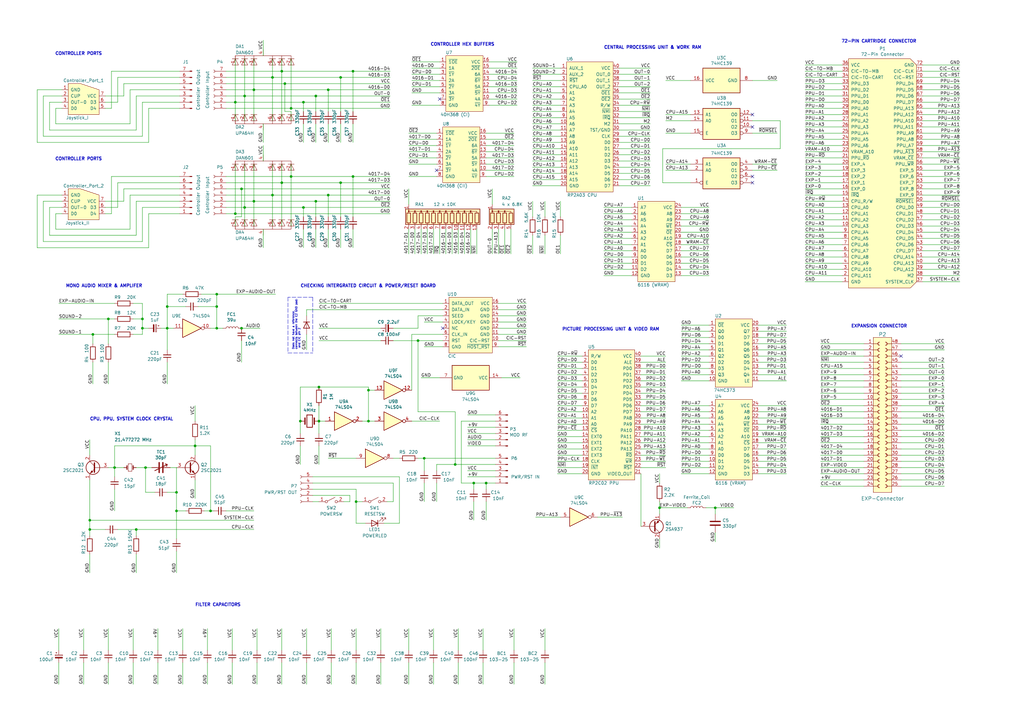
<source format=kicad_sch>
(kicad_sch (version 20250114) (generator "eeschema") (generator_version "9.0")
  (paper "A3")
  (title_block (title "NES-CPU-03") (rev "03") (company "Nintendo Co., LTD") (comment 1 "Reverse Engineered by Redherring32") (comment 2 "NES Motherboard"))
  (lib_symbols
    (symbol "74xx:74LS04"
      (property "Reference" "U" (at 0 1.27 0))
      (property "Value" "74LS04" (at 0 -1.27 0))
      (symbol "74LS04_1_0"
        (pin input line (at -7.62 0 0) (length 3.81) (name "~") (number "1"))
        (pin output inverted (at 7.62 0 180) (length 3.81) (name "~") (number "2"))
      )
      (symbol "74LS04_2_0"
        (pin input line (at -7.62 0 0) (length 3.81) (name "~") (number "3"))
        (pin output inverted (at 7.62 0 180) (length 3.81) (name "~") (number "4"))
      )
      (symbol "74LS04_3_0"
        (pin input line (at -7.62 0 0) (length 3.81) (name "~") (number "5"))
        (pin output inverted (at 7.62 0 180) (length 3.81) (name "~") (number "6"))
      )
      (symbol "74LS04_4_0"
        (pin input line (at -7.62 0 0) (length 3.81) (name "~") (number "9"))
        (pin output inverted (at 7.62 0 180) (length 3.81) (name "~") (number "8"))
      )
      (symbol "74LS04_5_0"
        (pin input line (at -7.62 0 0) (length 3.81) (name "~") (number "11"))
        (pin output inverted (at 7.62 0 180) (length 3.81) (name "~") (number "10"))
      )
      (symbol "74LS04_6_0"
        (pin input line (at -7.62 0 0) (length 3.81) (name "~") (number "13"))
        (pin output inverted (at 7.62 0 180) (length 3.81) (name "~") (number "12"))
      )
      (symbol "74LS04_7_0"
        (pin power_in line (at 0 12.7 270) (length 5.08) (name "VCC") (number "14"))
        (pin power_in line (at 0 -12.7 90) (length 5.08) (name "GND") (number "7"))
      )
    )
    (symbol "74xx:74LS139" (pin_names (offset 1.016))
      (property "Reference" "U" (at -7.62 8.89 0))
      (property "Value" "74LS139" (at -7.62 -8.89 0))
      (symbol "74LS139_1_0"
        (pin input line (at -12.7 2.54 0) (length 5.08) (name "A1") (number "3"))
        (pin input line (at -12.7 0 0) (length 5.08) (name "A0") (number "2"))
        (pin input inverted (at -12.7 -5.08 0) (length 5.08) (name "E") (number "1"))
        (pin output inverted (at 12.7 2.54 180) (length 5.08) (name "O0") (number "4"))
        (pin output inverted (at 12.7 0 180) (length 5.08) (name "O1") (number "5"))
        (pin output inverted (at 12.7 -2.54 180) (length 5.08) (name "O2") (number "6"))
        (pin output inverted (at 12.7 -5.08 180) (length 5.08) (name "O3") (number "7"))
      )
      (symbol "74LS139_2_0"
        (pin input line (at -12.7 2.54 0) (length 5.08) (name "A1") (number "13"))
        (pin input line (at -12.7 0 0) (length 5.08) (name "A0") (number "14"))
        (pin input inverted (at -12.7 -5.08 0) (length 5.08) (name "E") (number "15"))
        (pin output inverted (at 12.7 2.54 180) (length 5.08) (name "O0") (number "12"))
        (pin output inverted (at 12.7 0 180) (length 5.08) (name "O1") (number "11"))
        (pin output inverted (at 12.7 -2.54 180) (length 5.08) (name "O2") (number "10"))
        (pin output inverted (at 12.7 -5.08 180) (length 5.08) (name "O3") (number "9"))
      )
      (symbol "74LS139_3_0"
        (pin power_in line (at 0 12.7 270) (length 5.08) (name "VCC") (number "16"))
        (pin power_in line (at 0 -12.7 90) (length 5.08) (name "GND") (number "8"))
      )
    )
    (symbol "Connector:Conn_01x05_Pin" (pin_names (offset 1.016) (hide yes))
      (property "Reference" "J" (at 0 7.62 0))
      (property "Value" "Conn_01x05_Pin" (at 0 -7.62 0))
      (symbol "Conn_01x05_Pin_1_1"
        (pin passive line (at 5.08 5.08 180) (length 3.81) (name "Pin_1") (number "1"))
        (pin passive line (at 5.08 2.54 180) (length 3.81) (name "Pin_2") (number "2"))
        (pin passive line (at 5.08 0 180) (length 3.81) (name "Pin_3") (number "3"))
        (pin passive line (at 5.08 -2.54 180) (length 3.81) (name "Pin_4") (number "4"))
        (pin passive line (at 5.08 -5.08 180) (length 3.81) (name "Pin_5") (number "5"))
      )
    )
    (symbol "Connector:Conn_01x05_Socket" (pin_names (offset 1.016) (hide yes))
      (property "Reference" "J" (at 0 7.62 0))
      (property "Value" "Conn_01x05_Socket" (at 0 -7.62 0))
      (symbol "Conn_01x05_Socket_1_1"
        (pin passive line (at -5.08 5.08 0) (length 3.81) (name "Pin_1") (number "1"))
        (pin passive line (at -5.08 2.54 0) (length 3.81) (name "Pin_2") (number "2"))
        (pin passive line (at -5.08 0 0) (length 3.81) (name "Pin_3") (number "3"))
        (pin passive line (at -5.08 -2.54 0) (length 3.81) (name "Pin_4") (number "4"))
        (pin passive line (at -5.08 -5.08 0) (length 3.81) (name "Pin_5") (number "5"))
      )
    )
    (symbol "Connector:Conn_01x06_Pin" (pin_names (offset 1.016) (hide yes))
      (property "Reference" "J" (at 0 7.62 0))
      (property "Value" "Conn_01x06_Pin" (at 0 -10.16 0))
      (symbol "Conn_01x06_Pin_1_1"
        (pin passive line (at 5.08 5.08 180) (length 3.81) (name "Pin_1") (number "1"))
        (pin passive line (at 5.08 2.54 180) (length 3.81) (name "Pin_2") (number "2"))
        (pin passive line (at 5.08 0 180) (length 3.81) (name "Pin_3") (number "3"))
        (pin passive line (at 5.08 -2.54 180) (length 3.81) (name "Pin_4") (number "4"))
        (pin passive line (at 5.08 -5.08 180) (length 3.81) (name "Pin_5") (number "5"))
        (pin passive line (at 5.08 -7.62 180) (length 3.81) (name "Pin_6") (number "6"))
      )
    )
    (symbol "Connector:Conn_01x07_Pin" (pin_names (offset 1.016) (hide yes))
      (property "Reference" "J" (at 0 10.16 0))
      (property "Value" "Conn_01x07_Pin" (at 0 -10.16 0))
      (symbol "Conn_01x07_Pin_1_1"
        (pin passive line (at 5.08 7.62 180) (length 3.81) (name "Pin_1") (number "1"))
        (pin passive line (at 5.08 5.08 180) (length 3.81) (name "Pin_2") (number "2"))
        (pin passive line (at 5.08 2.54 180) (length 3.81) (name "Pin_3") (number "3"))
        (pin passive line (at 5.08 0 180) (length 3.81) (name "Pin_4") (number "4"))
        (pin passive line (at 5.08 -2.54 180) (length 3.81) (name "Pin_5") (number "5"))
        (pin passive line (at 5.08 -5.08 180) (length 3.81) (name "Pin_6") (number "6"))
        (pin passive line (at 5.08 -7.62 180) (length 3.81) (name "Pin_7") (number "7"))
      )
    )
    (symbol "Connector:Conn_01x07_Socket" (pin_names (offset 1.016) (hide yes))
      (property "Reference" "J" (at 0 10.16 0))
      (property "Value" "Conn_01x07_Socket" (at 0 -10.16 0))
      (symbol "Conn_01x07_Socket_1_1"
        (pin passive line (at -5.08 7.62 0) (length 3.81) (name "Pin_1") (number "1"))
        (pin passive line (at -5.08 5.08 0) (length 3.81) (name "Pin_2") (number "2"))
        (pin passive line (at -5.08 2.54 0) (length 3.81) (name "Pin_3") (number "3"))
        (pin passive line (at -5.08 0 0) (length 3.81) (name "Pin_4") (number "4"))
        (pin passive line (at -5.08 -2.54 0) (length 3.81) (name "Pin_5") (number "5"))
        (pin passive line (at -5.08 -5.08 0) (length 3.81) (name "Pin_6") (number "6"))
        (pin passive line (at -5.08 -7.62 0) (length 3.81) (name "Pin_7") (number "7"))
      )
    )
    (symbol "Device:C" (pin_numbers (hide yes)) (pin_names (offset 0.254))
      (property "Reference" "C" (at 0.635 2.54 0))
      (property "Value" "C" (at 0.635 -2.54 0))
      (symbol "C_1_1"
        (pin passive line (at 0 3.81 270) (length 2.794) (name "~") (number "1"))
        (pin passive line (at 0 -3.81 90) (length 2.794) (name "~") (number "2"))
      )
    )
    (symbol "Device:C_Polarized_Small" (pin_numbers (hide yes)) (pin_names (offset 0.254) (hide yes))
      (property "Reference" "C" (at 0.254 1.778 0))
      (property "Value" "C_Polarized_Small" (at 0.254 -2.032 0))
      (symbol "C_Polarized_Small_1_1"
        (pin passive line (at 0 2.54 270) (length 1.8542) (name "~") (number "1"))
        (pin passive line (at 0 -2.54 90) (length 1.8542) (name "~") (number "2"))
      )
    )
    (symbol "Device:C_Small" (pin_numbers (hide yes)) (pin_names (offset 0.254) (hide yes))
      (property "Reference" "C" (at 0.254 1.778 0))
      (property "Value" "C_Small" (at 0.254 -2.032 0))
      (symbol "C_Small_1_1"
        (pin passive line (at 0 2.54 270) (length 2.032) (name "~") (number "1"))
        (pin passive line (at 0 -2.54 90) (length 2.032) (name "~") (number "2"))
      )
    )
    (symbol "Device:C_Variable" (pin_numbers (hide yes)) (pin_names (offset 0.254) (hide yes))
      (property "Reference" "C" (at 0.635 -1.905 0))
      (property "Value" "C_Variable" (at 0.635 -3.81 0))
      (symbol "C_Variable_1_1"
        (pin passive line (at 0 3.81 270) (length 3.048) (name "~") (number "1"))
        (pin passive line (at 0 -3.81 90) (length 3.048) (name "~") (number "2"))
      )
    )
    (symbol "Device:Crystal" (pin_numbers (hide yes)) (pin_names (offset 1.016) (hide yes))
      (property "Reference" "Y" (at 0 3.81 0))
      (property "Value" "Crystal" (at 0 -3.81 0))
      (symbol "Crystal_1_1"
        (pin passive line (at -3.81 0 0) (length 1.27) (name "1") (number "1"))
        (pin passive line (at 3.81 0 180) (length 1.27) (name "2") (number "2"))
      )
    )
    (symbol "Device:Crystal_Small" (pin_numbers (hide yes)) (pin_names (offset 1.016) (hide yes))
      (property "Reference" "Y" (at 0 2.54 0))
      (property "Value" "Crystal_Small" (at 0 -2.54 0))
      (symbol "Crystal_Small_1_1"
        (pin passive line (at -2.54 0 0) (length 1.27) (name "1") (number "1"))
        (pin passive line (at 2.54 0 180) (length 1.27) (name "2") (number "2"))
      )
    )
    (symbol "Device:D" (pin_numbers (hide yes)) (pin_names (offset 1.016) (hide yes))
      (property "Reference" "D" (at 0 2.54 0))
      (property "Value" "D" (at 0 -2.54 0))
      (symbol "D_1_1"
        (pin passive line (at -3.81 0 0) (length 2.54) (name "K") (number "1"))
        (pin passive line (at 3.81 0 180) (length 2.54) (name "A") (number "2"))
      )
    )
    (symbol "Device:LED" (pin_numbers (hide yes)) (pin_names (offset 1.016) (hide yes))
      (property "Reference" "D" (at 0 2.54 0))
      (property "Value" "LED" (at 0 -2.54 0))
      (symbol "LED_1_1"
        (pin passive line (at -3.81 0 0) (length 2.54) (name "K") (number "1"))
        (pin passive line (at 3.81 0 180) (length 2.54) (name "A") (number "2"))
      )
    )
    (symbol "Device:R" (pin_numbers (hide yes)) (pin_names (offset 0))
      (property "Reference" "R" (at 2.032 0 90))
      (property "Value" "R" (at 0 0 90))
      (symbol "R_1_1"
        (pin passive line (at 0 3.81 270) (length 1.27) (name "~") (number "1"))
        (pin passive line (at 0 -3.81 90) (length 1.27) (name "~") (number "2"))
      )
    )
    (symbol "Device:R_Network04" (pin_names (offset 0) (hide yes))
      (property "Reference" "RN" (at -7.62 0 90))
      (property "Value" "R_Network04" (at 5.08 0 90))
      (symbol "R_Network04_1_1"
        (pin passive line (at -5.08 5.08 270) (length 2.54) (name "common") (number "1"))
        (pin passive line (at -5.08 -5.08 90) (length 1.27) (name "R1") (number "2"))
        (pin passive line (at -2.54 -5.08 90) (length 1.27) (name "R2") (number "3"))
        (pin passive line (at 0 -5.08 90) (length 1.27) (name "R3") (number "4"))
        (pin passive line (at 2.54 -5.08 90) (length 1.27) (name "R4") (number "5"))
      )
    )
    (symbol "Device:R_Network12" (pin_names (offset 0) (hide yes))
      (property "Reference" "RN" (at -17.78 0 90))
      (property "Value" "R_Network12" (at 15.24 0 90))
      (symbol "R_Network12_1_1"
        (pin passive line (at -15.24 5.08 270) (length 2.54) (name "common") (number "1"))
        (pin passive line (at -15.24 -5.08 90) (length 1.27) (name "R1") (number "2"))
        (pin passive line (at -12.7 -5.08 90) (length 1.27) (name "R2") (number "3"))
        (pin passive line (at -10.16 -5.08 90) (length 1.27) (name "R3") (number "4"))
        (pin passive line (at -7.62 -5.08 90) (length 1.27) (name "R4") (number "5"))
        (pin passive line (at -5.08 -5.08 90) (length 1.27) (name "R5") (number "6"))
        (pin passive line (at -2.54 -5.08 90) (length 1.27) (name "R6") (number "7"))
        (pin passive line (at 0 -5.08 90) (length 1.27) (name "R7") (number "8"))
        (pin passive line (at 2.54 -5.08 90) (length 1.27) (name "R8") (number "9"))
        (pin passive line (at 5.08 -5.08 90) (length 1.27) (name "R9") (number "10"))
        (pin passive line (at 7.62 -5.08 90) (length 1.27) (name "R10") (number "11"))
        (pin passive line (at 10.16 -5.08 90) (length 1.27) (name "R11") (number "12"))
        (pin passive line (at 12.7 -5.08 90) (length 1.27) (name "R12") (number "13"))
      )
    )
    (symbol "Ferrite_Core_1" (pin_names (offset 1.016))
      (property "Reference" "FC" (at 0 0 0))
      (property "Value" "Ferrite_Core" (at 0 0 0))
      (symbol "Ferrite_Core_1_1_1"
        (pin input line (at -8.89 -5.08 0) (length 0) (name "~") (number "~"))
        (pin output line (at -1.27 -5.08 0) (length 0) (name "~") (number "~"))
      )
    )
    (symbol "Ferrite_Core_2" (pin_names (offset 1.016))
      (property "Reference" "FC" (at 0 0 0))
      (property "Value" "Ferrite_Core" (at 0 0 0))
      (symbol "Ferrite_Core_2_1_1"
        (pin input line (at -8.89 -5.08 0) (length 0) (name "~") (number "~"))
        (pin output line (at -1.27 -5.08 0) (length 0) (name "~") (number "~"))
      )
    )
    (symbol "Motherboard:10NES_CIC" (pin_names (offset 1.016))
      (property "Reference" "U" (at -7.62 13.97 0))
      (property "Value" "10NES_CIC" (at 3.81 -11.43 0))
      (symbol "10NES_CIC_1_1"
        (pin output line (at -11.43 10.16 0) (length 2.54) (name "DATA_OUT") (number "1"))
        (pin input line (at -11.43 7.62 0) (length 2.54) (name "DATA_IN") (number "2"))
        (pin input line (at -11.43 5.08 0) (length 2.54) (name "SEED") (number "3"))
        (pin input line (at -11.43 2.54 0) (length 2.54) (name "LOCK/KEY") (number "4"))
        (pin passive line (at -11.43 0 0) (length 2.54) (name "NC") (number "5"))
        (pin input line (at -11.43 -2.54 0) (length 2.54) (name "CLK_IN") (number "6"))
        (pin input line (at -11.43 -5.08 0) (length 2.54) (name "RST") (number "7"))
        (pin passive line (at -11.43 -7.62 0) (length 2.54) (name "GND") (number "8"))
        (pin passive line (at 11.43 10.16 180) (length 2.54) (name "VCC") (number "16"))
        (pin passive line (at 11.43 7.62 180) (length 2.54) (name "GND") (number "15"))
        (pin passive line (at 11.43 5.08 180) (length 2.54) (name "GND") (number "14"))
        (pin passive line (at 11.43 2.54 180) (length 2.54) (name "GND") (number "13"))
        (pin passive line (at 11.43 0 180) (length 2.54) (name "GND") (number "12"))
        (pin passive line (at 11.43 -2.54 180) (length 2.54) (name "GND") (number "11"))
        (pin output line (at 11.43 -5.08 180) (length 2.54) (name "CIC-RST") (number "10"))
        (pin output line (at 11.43 -7.62 180) (length 2.54) (name "~{HOST_RST}") (number "9"))
      )
    )
    (symbol "Motherboard:2KB_SRAM" (pin_names (offset 1.016))
      (property "Reference" "U" (at -6.35 17.78 0))
      (property "Value" "2KB_SRAM" (at 2.54 -17.78 0))
      (symbol "2KB_SRAM_1_1"
        (pin passive line (at -10.16 13.97 0) (length 2.54) (name "A7") (number "1"))
        (pin passive line (at -10.16 11.43 0) (length 2.54) (name "A6~{}") (number "2"))
        (pin passive line (at -10.16 8.89 0) (length 2.54) (name "A5~{}") (number "3"))
        (pin passive line (at -10.16 6.35 0) (length 2.54) (name "A4~{}") (number "4"))
        (pin passive line (at -10.16 3.81 0) (length 2.54) (name "A3~{}") (number "5"))
        (pin passive line (at -10.16 1.27 0) (length 2.54) (name "A2") (number "6"))
        (pin passive line (at -10.16 -1.27 0) (length 2.54) (name "A1") (number "7"))
        (pin passive line (at -10.16 -3.81 0) (length 2.54) (name "A0") (number "8"))
        (pin passive line (at -10.16 -6.35 0) (length 2.54) (name "D0") (number "9"))
        (pin passive line (at -10.16 -8.89 0) (length 2.54) (name "D1") (number "10"))
        (pin passive line (at -10.16 -11.43 0) (length 2.54) (name "D2") (number "11"))
        (pin passive line (at -10.16 -13.97 0) (length 2.54) (name "GND~{}") (number "12"))
        (pin passive line (at 10.16 13.97 180) (length 2.54) (name "VCC") (number "24"))
        (pin passive line (at 10.16 11.43 180) (length 2.54) (name "A8") (number "23"))
        (pin passive line (at 10.16 8.89 180) (length 2.54) (name "A9") (number "22"))
        (pin passive line (at 10.16 6.35 180) (length 2.54) (name "~{WE}") (number "21"))
        (pin passive line (at 10.16 3.81 180) (length 2.54) (name "~{OE}") (number "20"))
        (pin passive line (at 10.16 1.27 180) (length 2.54) (name "A10") (number "19"))
        (pin passive line (at 10.16 -1.27 180) (length 2.54) (name "~{CS}") (number "18"))
        (pin passive line (at 10.16 -3.81 180) (length 2.54) (name "D7") (number "17"))
        (pin passive line (at 10.16 -6.35 180) (length 2.54) (name "D6") (number "16"))
        (pin passive line (at 10.16 -8.89 180) (length 2.54) (name "D5") (number "15"))
        (pin passive line (at 10.16 -11.43 180) (length 2.54) (name "D4") (number "14"))
        (pin passive line (at 10.16 -13.97 180) (length 2.54) (name "D3") (number "13"))
      )
    )
    (symbol "Motherboard:72-Pin_Connector" (pin_names (offset 1.016))
      (property "Reference" "J" (at -12.7 49.53 0))
      (property "Value" "72-Pin_Connector" (at 5.08 -46.99 0))
      (symbol "72-Pin_Connector_1_1"
        (pin passive line (at -16.51 45.72 0) (length 2.54) (name "VCC") (number "36"))
        (pin output line (at -16.51 43.18 0) (length 2.54) (name "CIC-TO-MB") (number "35"))
        (pin input line (at -16.51 40.64 0) (length 2.54) (name "CIC-TO-CART") (number "34"))
        (pin bidirectional line (at -16.51 38.1 0) (length 2.54) (name "PPU_D3") (number "33"))
        (pin bidirectional line (at -16.51 35.56 0) (length 2.54) (name "PPU_D2") (number "32"))
        (pin bidirectional line (at -16.51 33.02 0) (length 2.54) (name "PPU_D1") (number "31"))
        (pin bidirectional line (at -16.51 30.48 0) (length 2.54) (name "PPU_D0") (number "30"))
        (pin input line (at -16.51 27.94 0) (length 2.54) (name "PPU_A0") (number "29"))
        (pin input line (at -16.51 25.4 0) (length 2.54) (name "PPU_A1") (number "28"))
        (pin input line (at -16.51 22.86 0) (length 2.54) (name "PPU_A2") (number "27"))
        (pin input line (at -16.51 20.32 0) (length 2.54) (name "PPU_A3") (number "26"))
        (pin input line (at -16.51 17.78 0) (length 2.54) (name "PPU_A4") (number "25"))
        (pin input line (at -16.51 15.24 0) (length 2.54) (name "PPU_A5") (number "24"))
        (pin input line (at -16.51 12.7 0) (length 2.54) (name "PPU_A6") (number "23"))
        (pin output line (at -16.51 10.16 0) (length 2.54) (name "VRAM_A10") (number "22"))
        (pin input line (at -16.51 7.62 0) (length 2.54) (name "PPU_~{RD}") (number "21"))
        (pin passive line (at -16.51 5.08 0) (length 2.54) (name "EXP_4") (number "20"))
        (pin passive line (at -16.51 2.54 0) (length 2.54) (name "EXP_3") (number "19"))
        (pin passive line (at -16.51 0 0) (length 2.54) (name "EXP_2") (number "18"))
        (pin passive line (at -16.51 -2.54 0) (length 2.54) (name "EXP_1") (number "17"))
        (pin passive line (at -16.51 -5.08 0) (length 2.54) (name "EXP_0") (number "16"))
        (pin output line (at -16.51 -7.62 0) (length 2.54) (name "~{IRQ}") (number "15"))
        (pin input line (at -16.51 -10.16 0) (length 2.54) (name "CPU_R/W") (number "14"))
        (pin input line (at -16.51 -12.7 0) (length 2.54) (name "CPU_A0") (number "13"))
        (pin input line (at -16.51 -15.24 0) (length 2.54) (name "CPU_A1") (number "12"))
        (pin input line (at -16.51 -17.78 0) (length 2.54) (name "CPU_A2") (number "11"))
        (pin input line (at -16.51 -20.32 0) (length 2.54) (name "CPU_A3") (number "10"))
        (pin input line (at -16.51 -22.86 0) (length 2.54) (name "CPU_A4") (number "9"))
        (pin input line (at -16.51 -25.4 0) (length 2.54) (name "CPU_A5") (number "8"))
        (pin input line (at -16.51 -27.94 0) (length 2.54) (name "CPU_A6") (number "7"))
        (pin input line (at -16.51 -30.48 0) (length 2.54) (name "CPU_A7") (number "6"))
        (pin input line (at -16.51 -33.02 0) (length 2.54) (name "CPU_A8") (number "5"))
        (pin input line (at -16.51 -35.56 0) (length 2.54) (name "CPU_A9") (number "4"))
        (pin input line (at -16.51 -38.1 0) (length 2.54) (name "CPU_A10") (number "3"))
        (pin input line (at -16.51 -40.64 0) (length 2.54) (name "CPU_A11") (number "2"))
        (pin passive line (at -16.51 -43.18 0) (length 2.54) (name "GND") (number "1"))
        (pin passive line (at 16.51 45.72 180) (length 2.54) (name "GND") (number "72"))
        (pin input line (at 16.51 43.18 180) (length 2.54) (name "CIC-CLK") (number "71"))
        (pin input line (at 16.51 40.64 180) (length 2.54) (name "CIC-RST") (number "70"))
        (pin bidirectional line (at 16.51 38.1 180) (length 2.54) (name "PPU_D4") (number "69"))
        (pin bidirectional line (at 16.51 35.56 180) (length 2.54) (name "PPU_D5") (number "68"))
        (pin bidirectional line (at 16.51 33.02 180) (length 2.54) (name "PPU_D6") (number "67"))
        (pin bidirectional line (at 16.51 30.48 180) (length 2.54) (name "PPU_D7") (number "66"))
        (pin input line (at 16.51 27.94 180) (length 2.54) (name "PPU_A13") (number "65"))
        (pin input line (at 16.51 25.4 180) (length 2.54) (name "PPU_A12") (number "64"))
        (pin input line (at 16.51 22.86 180) (length 2.54) (name "PPU_A10") (number "63"))
        (pin input line (at 16.51 20.32 180) (length 2.54) (name "PPU_A11") (number "62"))
        (pin input line (at 16.51 17.78 180) (length 2.54) (name "PPU_A9") (number "61"))
        (pin input line (at 16.51 15.24 180) (length 2.54) (name "PPU_A8") (number "60"))
        (pin input line (at 16.51 12.7 180) (length 2.54) (name "PPU_A7") (number "59"))
        (pin input line (at 16.51 10.16 180) (length 2.54) (name "PPU_~{A13}") (number "58"))
        (pin output line (at 16.51 7.62 180) (length 2.54) (name "VRAM_~{CE}") (number "57"))
        (pin input line (at 16.51 5.08 180) (length 2.54) (name "PPU_~{WR}") (number "56"))
        (pin passive line (at 16.51 2.54 180) (length 2.54) (name "EXP_5") (number "55"))
        (pin passive line (at 16.51 0 180) (length 2.54) (name "EXP_6") (number "54"))
        (pin passive line (at 16.51 -2.54 180) (length 2.54) (name "EXP_7") (number "53"))
        (pin passive line (at 16.51 -5.08 180) (length 2.54) (name "EXP_8") (number "52"))
        (pin passive line (at 16.51 -7.62 180) (length 2.54) (name "EXP_9") (number "51"))
        (pin input line (at 16.51 -10.16 180) (length 2.54) (name "~{ROMSEL}") (number "50"))
        (pin bidirectional line (at 16.51 -12.7 180) (length 2.54) (name "CPU_D0") (number "49"))
        (pin bidirectional line (at 16.51 -15.24 180) (length 2.54) (name "CPU_D1") (number "48"))
        (pin bidirectional line (at 16.51 -17.78 180) (length 2.54) (name "CPU_D2") (number "47"))
        (pin bidirectional line (at 16.51 -20.32 180) (length 2.54) (name "CPU_D3") (number "46"))
        (pin bidirectional line (at 16.51 -22.86 180) (length 2.54) (name "CPU_D4") (number "45"))
        (pin bidirectional line (at 16.51 -25.4 180) (length 2.54) (name "CPU_D5") (number "44"))
        (pin bidirectional line (at 16.51 -27.94 180) (length 2.54) (name "CPU_D6") (number "43"))
        (pin bidirectional line (at 16.51 -30.48 180) (length 2.54) (name "CPU_D7") (number "42"))
        (pin input line (at 16.51 -33.02 180) (length 2.54) (name "CPU_A14") (number "41"))
        (pin input line (at 16.51 -35.56 180) (length 2.54) (name "CPU_A13") (number "40"))
        (pin input line (at 16.51 -38.1 180) (length 2.54) (name "CPU_A12") (number "39"))
        (pin input line (at 16.51 -40.64 180) (length 2.54) (name "M2") (number "38"))
        (pin input line (at 16.51 -43.18 180) (length 2.54) (name "SYSTEM_CLK") (number "37"))
      )
    )
    (symbol "Motherboard:74HC368" (pin_names (offset 1.016))
      (property "Reference" "U" (at -6.35 12.7 0))
      (property "Value" "74HC368" (at 2.54 -12.7 0))
      (symbol "74HC368_1_1"
        (pin input line (at -10.16 8.89 0) (length 2.54) (name "~{1OE}") (number "1"))
        (pin input line (at -10.16 6.35 0) (length 2.54) (name "1A") (number "2"))
        (pin output line (at -10.16 3.81 0) (length 2.54) (name "~{1Y}") (number "3"))
        (pin input line (at -10.16 1.27 0) (length 2.54) (name "2A") (number "4"))
        (pin output line (at -10.16 -1.27 0) (length 2.54) (name "~{2Y}") (number "5"))
        (pin input line (at -10.16 -3.81 0) (length 2.54) (name "3A") (number "6"))
        (pin output line (at -10.16 -6.35 0) (length 2.54) (name "~{3Y}") (number "7"))
        (pin passive line (at -10.16 -8.89 0) (length 2.54) (name "GND") (number "8"))
        (pin passive line (at 10.16 8.89 180) (length 2.54) (name "VCC") (number "16"))
        (pin input line (at 10.16 6.35 180) (length 2.54) (name "~{2OE}") (number "15"))
        (pin input line (at 10.16 3.81 180) (length 2.54) (name "6A") (number "14"))
        (pin output line (at 10.16 1.27 180) (length 2.54) (name "~{6Y}") (number "13"))
        (pin input line (at 10.16 -1.27 180) (length 2.54) (name "5A") (number "12"))
        (pin output line (at 10.16 -3.81 180) (length 2.54) (name "~{5Y}") (number "11"))
        (pin input line (at 10.16 -6.35 180) (length 2.54) (name "4A") (number "10"))
        (pin output line (at 10.16 -8.89 180) (length 2.54) (name "~{4Y}") (number "9"))
      )
    )
    (symbol "Motherboard:74HC373" (pin_names (offset 1.016))
      (property "Reference" "U" (at -6.35 15.24 0))
      (property "Value" "74HC373" (at 2.54 -15.24 0))
      (symbol "74HC373_1_1"
        (pin input line (at -10.16 11.43 0) (length 2.54) (name "~{OE}") (number "1"))
        (pin output line (at -10.16 8.89 0) (length 2.54) (name "Q0") (number "2"))
        (pin input line (at -10.16 6.35 0) (length 2.54) (name "D0") (number "3"))
        (pin input line (at -10.16 3.81 0) (length 2.54) (name "D1") (number "4"))
        (pin output line (at -10.16 1.27 0) (length 2.54) (name "Q1") (number "5"))
        (pin output line (at -10.16 -1.27 0) (length 2.54) (name "Q2") (number "6"))
        (pin input line (at -10.16 -3.81 0) (length 2.54) (name "D2") (number "7"))
        (pin input line (at -10.16 -6.35 0) (length 2.54) (name "D3") (number "8"))
        (pin output line (at -10.16 -8.89 0) (length 2.54) (name "Q3") (number "9"))
        (pin passive line (at -10.16 -11.43 0) (length 2.54) (name "GND") (number "10"))
        (pin passive line (at 10.16 11.43 180) (length 2.54) (name "VCC") (number "20"))
        (pin output line (at 10.16 8.89 180) (length 2.54) (name "Q7") (number "19"))
        (pin input line (at 10.16 6.35 180) (length 2.54) (name "D7") (number "18"))
        (pin input line (at 10.16 3.81 180) (length 2.54) (name "D6") (number "17"))
        (pin output line (at 10.16 1.27 180) (length 2.54) (name "Q6") (number "16"))
        (pin output line (at 10.16 -1.27 180) (length 2.54) (name "Q5") (number "15"))
        (pin input line (at 10.16 -3.81 180) (length 2.54) (name "D5") (number "14"))
        (pin input line (at 10.16 -6.35 180) (length 2.54) (name "D4") (number "13"))
        (pin output line (at 10.16 -8.89 180) (length 2.54) (name "Q4") (number "12"))
        (pin input line (at 10.16 -11.43 180) (length 2.54) (name "LE") (number "11"))
      )
    )
    (symbol "Motherboard:Controller_Port" (pin_names (offset 1.016))
      (property "Reference" "J" (at -5.08 8.89 0))
      (property "Value" "Controller_Port" (at 0 -6.35 0))
      (symbol "Controller_Port_1_1"
        (pin passive line (at -8.89 5.08 0) (length 2.54) (name "GND") (number "1"))
        (pin output line (at -8.89 2.54 0) (length 2.54) (name "CUP") (number "2"))
        (pin output line (at -8.89 0 0) (length 2.54) (name "OUT-0") (number "3"))
        (pin input line (at -8.89 -2.54 0) (length 2.54) (name "D0") (number "4"))
        (pin passive line (at 8.89 2.54 180) (length 2.54) (name "VCC") (number "7"))
        (pin input line (at 8.89 0 180) (length 2.54) (name "D3") (number "6"))
        (pin input line (at 8.89 -2.54 180) (length 2.54) (name "D4") (number "5"))
      )
    )
    (symbol "Motherboard:Diode_Array_7pin_(Anode-Common)" (pin_names (offset 1.016))
      (property "Reference" "U" (at 0 0 0))
      (property "Value" "Diode_Array_7pin_(Anode-Common)" (at 0 0 0))
      (symbol "Diode_Array_7pin_(Anode-Common)_1_1"
        (pin output line (at -8.89 -5.08 270) (length 2.54) (name "~") (number "1"))
        (pin output line (at -5.08 -5.08 270) (length 2.54) (name "~") (number "2"))
        (pin output line (at -1.27 -5.08 270) (length 2.54) (name "~") (number "3"))
        (pin input line (at 2.54 -3.81 90) (length 2.54) (name "~") (number "4"))
        (pin output line (at 6.35 -5.08 270) (length 2.54) (name "~") (number "5"))
        (pin output line (at 10.16 -5.08 270) (length 2.54) (name "~") (number "6"))
        (pin output line (at 13.97 -5.08 270) (length 2.54) (name "~") (number "7"))
      )
    )
    (symbol "Motherboard:Diode_Array_7pin_(Cathode-Common)" (pin_names (offset 1.016))
      (property "Reference" "U" (at 0 0 0))
      (property "Value" "Diode_Array_7pin_(Cathode-Common)" (at 0 0 0))
      (symbol "Diode_Array_7pin_(Cathode-Common)_1_1"
        (pin output line (at -8.89 -5.08 270) (length 2.54) (name "~") (number "1"))
        (pin output line (at -5.08 -5.08 270) (length 2.54) (name "~") (number "2"))
        (pin output line (at -1.27 -5.08 270) (length 2.54) (name "~") (number "3"))
        (pin input line (at 2.54 -3.81 90) (length 2.54) (name "~") (number "4"))
        (pin output line (at 6.35 -5.08 270) (length 2.54) (name "~") (number "5"))
        (pin output line (at 10.16 -5.08 270) (length 2.54) (name "~") (number "6"))
        (pin output line (at 13.97 -5.08 270) (length 2.54) (name "~") (number "7"))
      )
    )
    (symbol "Motherboard:EXP-CON" (pin_names (offset 1.016))
      (property "Reference" "J" (at -3.81 33.782 0))
      (property "Value" "EXP-CON" (at -5.08 -35.56 0))
      (symbol "EXP-CON_1_0"
        (pin passive line (at -7.62 30.48 0) (length 5.08) (name "~") (number "1"))
        (pin passive line (at -7.62 27.94 0) (length 5.08) (name "~") (number "2"))
        (pin passive line (at -7.62 25.4 0) (length 5.08) (name "~") (number "3"))
        (pin passive line (at -7.62 22.86 0) (length 5.08) (name "~") (number "4"))
        (pin passive line (at -7.62 20.32 0) (length 5.08) (name "~") (number "5"))
        (pin passive line (at -7.62 17.78 0) (length 5.08) (name "~") (number "6"))
        (pin passive line (at -7.62 15.24 0) (length 5.08) (name "~") (number "7"))
        (pin passive line (at -7.62 12.7 0) (length 5.08) (name "~") (number "8"))
        (pin passive line (at -7.62 10.16 0) (length 5.08) (name "~") (number "9"))
        (pin passive line (at -7.62 7.62 0) (length 5.08) (name "~") (number "10"))
        (pin passive line (at -7.62 5.08 0) (length 5.08) (name "~") (number "11"))
        (pin passive line (at -7.62 2.54 0) (length 5.08) (name "~") (number "12"))
        (pin passive line (at -7.62 0 0) (length 5.08) (name "~") (number "13"))
        (pin passive line (at -7.62 -2.54 0) (length 5.08) (name "~") (number "14"))
        (pin passive line (at -7.62 -5.08 0) (length 5.08) (name "~") (number "15"))
        (pin passive line (at -7.62 -7.62 0) (length 5.08) (name "~") (number "16"))
        (pin passive line (at -7.62 -10.16 0) (length 5.08) (name "~") (number "17"))
        (pin passive line (at -7.62 -12.7 0) (length 5.08) (name "~") (number "18"))
        (pin passive line (at -7.62 -15.24 0) (length 5.08) (name "~") (number "19"))
        (pin passive line (at -7.62 -17.78 0) (length 5.08) (name "~") (number "20"))
        (pin passive line (at -7.62 -20.32 0) (length 5.08) (name "~") (number "21"))
        (pin passive line (at -7.62 -22.86 0) (length 5.08) (name "~") (number "22"))
        (pin passive line (at -7.62 -25.4 0) (length 5.08) (name "~") (number "23"))
        (pin passive line (at -7.62 -27.94 0) (length 5.08) (name "~") (number "24"))
        (pin passive line (at 7.62 30.48 180) (length 5.08) (name "~") (number "48"))
        (pin passive line (at 7.62 27.94 180) (length 5.08) (name "~") (number "47"))
        (pin passive line (at 7.62 25.4 180) (length 5.08) (name "~") (number "46"))
        (pin passive line (at 7.62 22.86 180) (length 5.08) (name "~") (number "45"))
        (pin passive line (at 7.62 20.32 180) (length 5.08) (name "~") (number "44"))
        (pin passive line (at 7.62 17.78 180) (length 5.08) (name "~") (number "43"))
        (pin passive line (at 7.62 15.24 180) (length 5.08) (name "~") (number "42"))
        (pin passive line (at 7.62 12.7 180) (length 5.08) (name "~") (number "41"))
        (pin passive line (at 7.62 10.16 180) (length 5.08) (name "~") (number "40"))
        (pin passive line (at 7.62 7.62 180) (length 5.08) (name "~") (number "39"))
        (pin passive line (at 7.62 5.08 180) (length 5.08) (name "~") (number "38"))
        (pin passive line (at 7.62 2.54 180) (length 5.08) (name "~") (number "37"))
        (pin passive line (at 7.62 0 180) (length 5.08) (name "~") (number "36"))
        (pin passive line (at 7.62 -2.54 180) (length 5.08) (name "~") (number "35"))
        (pin passive line (at 7.62 -5.08 180) (length 5.08) (name "~") (number "34"))
        (pin passive line (at 7.62 -7.62 180) (length 5.08) (name "~") (number "33"))
        (pin passive line (at 7.62 -10.16 180) (length 5.08) (name "~") (number "32"))
        (pin passive line (at 7.62 -12.7 180) (length 5.08) (name "~") (number "31"))
        (pin passive line (at 7.62 -15.24 180) (length 5.08) (name "~") (number "30"))
        (pin passive line (at 7.62 -17.78 180) (length 5.08) (name "~") (number "29"))
        (pin passive line (at 7.62 -20.32 180) (length 5.08) (name "~") (number "28"))
        (pin passive line (at 7.62 -22.86 180) (length 5.08) (name "~") (number "27"))
        (pin passive line (at 7.62 -25.4 180) (length 5.08) (name "~") (number "26"))
        (pin passive line (at 7.62 -27.94 180) (length 5.08) (name "~") (number "25"))
      )
    )
    (symbol "Motherboard:Ferrite_Core" (pin_names (offset 1.016))
      (property "Reference" "FC" (at 0 0 0))
      (property "Value" "Ferrite_Core" (at 0 0 0))
      (symbol "Ferrite_Core_1_1"
        (pin input line (at -8.89 -5.08 0) (length 0) (name "~") (number "~"))
        (pin output line (at -1.27 -5.08 0) (length 0) (name "~") (number "~"))
      )
    )
    (symbol "Motherboard:RP2A03_CPU" (pin_names (offset 1.016))
      (property "Reference" "U" (at -8.89 27.94 0))
      (property "Value" "RP2A03_CPU" (at 2.54 -27.94 0))
      (symbol "RP2A03_CPU_1_1"
        (pin output line (at -12.7 24.13 0) (length 2.54) (name "AUX_1") (number "1"))
        (pin output line (at -12.7 21.59 0) (length 2.54) (name "AUX_2") (number "2"))
        (pin input line (at -12.7 19.05 0) (length 2.54) (name "~{RST}") (number "3"))
        (pin output line (at -12.7 16.51 0) (length 2.54) (name "CPU_A0") (number "4"))
        (pin output line (at -12.7 13.97 0) (length 2.54) (name "A1") (number "5"))
        (pin output line (at -12.7 11.43 0) (length 2.54) (name "A2") (number "6"))
        (pin output line (at -12.7 8.89 0) (length 2.54) (name "A3") (number "7"))
        (pin output line (at -12.7 6.35 0) (length 2.54) (name "A4") (number "8"))
        (pin output line (at -12.7 3.81 0) (length 2.54) (name "A5") (number "9"))
        (pin output line (at -12.7 1.27 0) (length 2.54) (name "A6") (number "10"))
        (pin output line (at -12.7 -1.27 0) (length 2.54) (name "A7") (number "11"))
        (pin output line (at -12.7 -3.81 0) (length 2.54) (name "A8") (number "12"))
        (pin output line (at -12.7 -6.35 0) (length 2.54) (name "A9") (number "13"))
        (pin output line (at -12.7 -8.89 0) (length 2.54) (name "A10") (number "14"))
        (pin output line (at -12.7 -11.43 0) (length 2.54) (name "A11") (number "15"))
        (pin output line (at -12.7 -13.97 0) (length 2.54) (name "A12") (number "16"))
        (pin output line (at -12.7 -16.51 0) (length 2.54) (name "A13") (number "17"))
        (pin output line (at -12.7 -19.05 0) (length 2.54) (name "A14") (number "18"))
        (pin output line (at -12.7 -21.59 0) (length 2.54) (name "A15") (number "19"))
        (pin passive line (at -12.7 -24.13 0) (length 2.54) (name "GND") (number "20"))
        (pin passive line (at 11.43 24.13 180) (length 2.54) (name "VCC") (number "40"))
        (pin output line (at 11.43 21.59 180) (length 2.54) (name "OUT_0") (number "39"))
        (pin output line (at 11.43 19.05 180) (length 2.54) (name "OUT_1") (number "38"))
        (pin output line (at 11.43 16.51 180) (length 2.54) (name "OUT_2") (number "37"))
        (pin output line (at 11.43 13.97 180) (length 2.54) (name "~{OE1}") (number "36"))
        (pin output line (at 11.43 11.43 180) (length 2.54) (name "~{OE2}") (number "35"))
        (pin output line (at 11.43 8.89 180) (length 2.54) (name "R/W") (number "34"))
        (pin input line (at 11.43 6.35 180) (length 2.54) (name "~{NMI}") (number "33"))
        (pin input line (at 11.43 3.81 180) (length 2.54) (name "~{IRQ}") (number "32"))
        (pin output line (at 11.43 1.27 180) (length 2.54) (name "M2") (number "31"))
        (pin input line (at 11.43 -1.27 180) (length 2.54) (name "TST/GND") (number "30"))
        (pin input line (at 11.43 -3.81 180) (length 2.54) (name "CLK") (number "29"))
        (pin bidirectional line (at 11.43 -6.35 180) (length 2.54) (name "D0") (number "28"))
        (pin bidirectional line (at 11.43 -8.89 180) (length 2.54) (name "D1") (number "27"))
        (pin bidirectional line (at 11.43 -11.43 180) (length 2.54) (name "D2") (number "26"))
        (pin bidirectional line (at 11.43 -13.97 180) (length 2.54) (name "D3") (number "25"))
        (pin bidirectional line (at 11.43 -16.51 180) (length 2.54) (name "D4") (number "24"))
        (pin bidirectional line (at 11.43 -19.05 180) (length 2.54) (name "D5") (number "23"))
        (pin bidirectional line (at 11.43 -21.59 180) (length 2.54) (name "D6") (number "22"))
        (pin bidirectional line (at 11.43 -24.13 180) (length 2.54) (name "D7") (number "21"))
      )
    )
    (symbol "Motherboard:RP2C02_PPU" (pin_names (offset 1.016))
      (property "Reference" "U" (at -8.89 27.94 0))
      (property "Value" "RP2C02_PPU" (at 2.54 -27.94 0))
      (symbol "RP2C02_PPU_1_1"
        (pin input line (at -12.7 24.13 0) (length 2.54) (name "R/W") (number "1"))
        (pin bidirectional line (at -12.7 21.59 0) (length 2.54) (name "D0") (number "2"))
        (pin bidirectional line (at -12.7 19.05 0) (length 2.54) (name "D1") (number "3"))
        (pin bidirectional line (at -12.7 16.51 0) (length 2.54) (name "D2") (number "4"))
        (pin bidirectional line (at -12.7 13.97 0) (length 2.54) (name "D3") (number "5"))
        (pin bidirectional line (at -12.7 11.43 0) (length 2.54) (name "D4") (number "6"))
        (pin bidirectional line (at -12.7 8.89 0) (length 2.54) (name "D7") (number "7"))
        (pin bidirectional line (at -12.7 6.35 0) (length 2.54) (name "D6") (number "8"))
        (pin bidirectional line (at -12.7 3.81 0) (length 2.54) (name "D7") (number "9"))
        (pin input line (at -12.7 1.27 0) (length 2.54) (name "A2") (number "10"))
        (pin input line (at -12.7 -1.27 0) (length 2.54) (name "A1") (number "11"))
        (pin input line (at -12.7 -3.81 0) (length 2.54) (name "A0") (number "12"))
        (pin input line (at -12.7 -6.35 0) (length 2.54) (name "~{CS}") (number "13"))
        (pin bidirectional line (at -12.7 -8.89 0) (length 2.54) (name "EXT0") (number "14"))
        (pin bidirectional line (at -12.7 -11.43 0) (length 2.54) (name "EXT1") (number "15"))
        (pin bidirectional line (at -12.7 -13.97 0) (length 2.54) (name "EXT2") (number "16"))
        (pin bidirectional line (at -12.7 -16.51 0) (length 2.54) (name "EXT3") (number "17"))
        (pin input line (at -12.7 -19.05 0) (length 2.54) (name "CLK") (number "18"))
        (pin output line (at -12.7 -21.59 0) (length 2.54) (name "~{INT}") (number "19"))
        (pin passive line (at -12.7 -24.13 0) (length 2.54) (name "GND") (number "20"))
        (pin passive line (at 11.43 24.13 180) (length 2.54) (name "VCC") (number "40"))
        (pin output line (at 11.43 21.59 180) (length 2.54) (name "ALE") (number "39"))
        (pin bidirectional line (at 11.43 19.05 180) (length 2.54) (name "PD0") (number "38"))
        (pin bidirectional line (at 11.43 16.51 180) (length 2.54) (name "PD1") (number "37"))
        (pin bidirectional line (at 11.43 13.97 180) (length 2.54) (name "PD2") (number "36"))
        (pin bidirectional line (at 11.43 11.43 180) (length 2.54) (name "PD3") (number "35"))
        (pin bidirectional line (at 11.43 8.89 180) (length 2.54) (name "PD4") (number "34"))
        (pin bidirectional line (at 11.43 6.35 180) (length 2.54) (name "PD5") (number "33"))
        (pin bidirectional line (at 11.43 3.81 180) (length 2.54) (name "PD6") (number "32"))
        (pin bidirectional line (at 11.43 1.27 180) (length 2.54) (name "PD7") (number "31"))
        (pin output line (at 11.43 -1.27 180) (length 2.54) (name "PA8") (number "30"))
        (pin output line (at 11.43 -3.81 180) (length 2.54) (name "PA9") (number "29"))
        (pin output line (at 11.43 -6.35 180) (length 2.54) (name "PA10") (number "28"))
        (pin output line (at 11.43 -8.89 180) (length 2.54) (name "PA11") (number "27"))
        (pin output line (at 11.43 -11.43 180) (length 2.54) (name "PA12") (number "26"))
        (pin output line (at 11.43 -13.97 180) (length 2.54) (name "PA13") (number "25"))
        (pin input line (at 11.43 -16.51 180) (length 2.54) (name "~{RD}") (number "24"))
        (pin output line (at 11.43 -19.05 180) (length 2.54) (name "~{WR}") (number "23"))
        (pin input line (at 11.43 -21.59 180) (length 2.54) (name "~{RST}") (number "22"))
        (pin output line (at 11.43 -24.13 180) (length 2.54) (name "VIDEO_OUT") (number "21"))
      )
    )
    (symbol "Switch:SW_SPST" (pin_names (offset 0) (hide yes))
      (property "Reference" "SW" (at 0 3.175 0))
      (property "Value" "SW_SPST" (at 0 -2.54 0))
      (symbol "SW_SPST_1_1"
        (pin passive line (at -5.08 0 0) (length 2.54) (name "A") (number "1"))
        (pin passive line (at 5.08 0 180) (length 2.54) (name "B") (number "2"))
      )
    )
    (symbol "Transistor_BJT:Q_NPN_ECB" (pin_names (offset 0) (hide yes))
      (property "Reference" "Q" (at 5.08 1.27 0))
      (property "Value" "Q_NPN_ECB" (at 5.08 -1.27 0))
      (symbol "Q_NPN_ECB_1_1"
        (pin input line (at -5.08 0 0) (length 2.54) (name "B") (number "3"))
        (pin passive line (at 2.54 5.08 270) (length 2.54) (name "C") (number "2"))
        (pin passive line (at 2.54 -5.08 90) (length 2.54) (name "E") (number "1"))
      )
    )
    (symbol "Transistor_BJT:Q_PNP_ECB" (pin_names (offset 0) (hide yes))
      (property "Reference" "Q" (at 5.08 1.27 0))
      (property "Value" "Q_PNP_ECB" (at 5.08 -1.27 0))
      (symbol "Q_PNP_ECB_1_1"
        (pin input line (at -5.08 0 0) (length 2.54) (name "B") (number "3"))
        (pin passive line (at 2.54 5.08 270) (length 2.54) (name "C") (number "2"))
        (pin passive line (at 2.54 -5.08 90) (length 2.54) (name "E") (number "1"))
      )
    )
  )
  (text "Does not have a reference,\nconnects between the C2 GND pad;\n and CIC pin 2" (at 123.19 143.51 90) (effects (font (size 0.762 0.762)) (justify left bottom)))
  (text "FILTER CAPACITORS" (at 80.01 248.92 0) (effects (font (size 1.27 1.27) (thickness 0.254) (bold yes)) (justify left bottom)))
  (text "CENTRAL PROCESSING UNIT & WORK RAM" (at 247.65 20.32 0) (effects (font (size 1.27 1.27) (thickness 0.254) (bold yes)) (justify left bottom)))
  (text "CPU, PPU, SYSTEM CLOCK CRYSTAL" (at 71.12 172.72 0) (effects (font (size 1.27 1.27) (thickness 0.254) (bold yes)) (justify right bottom)))
  (text "CONTROLLER PORTS" (at 41.91 22.86 0) (effects (font (size 1.27 1.27) (thickness 0.254) (bold yes)) (justify right bottom)))
  (text "CONTROLLER HEX BUFFERS\n" (at 176.53 19.05 0) (effects (font (size 1.27 1.27) (thickness 0.254) (bold yes)) (justify left bottom)))
  (text "EXPANSION CONNECTOR" (at 372.11 134.62 0) (effects (font (size 1.27 1.27) (thickness 0.254) (bold yes)) (justify right bottom)))
  (text "CHECKING INTERGRATED CIRCUIT & POWER/RESET BOARD" (at 123.19 118.11 0) (effects (font (size 1.27 1.27) (thickness 0.254) (bold yes)) (justify left bottom)))
  (text "CONTROLLER PORTS" (at 41.91 66.04 0) (effects (font (size 1.27 1.27) (thickness 0.254) (bold yes)) (justify right bottom)))
  (text "72-PIN CARTRIDGE CONNECTOR" (at 375.92 17.78 0) (effects (font (size 1.27 1.27) (thickness 0.254) (bold yes)) (justify right bottom)))
  (text "MONO AUDIO MIXER & AMPLIFER" (at 58.42 118.11 0) (effects (font (size 1.27 1.27) (thickness 0.254) (bold yes)) (justify right bottom)))
  (text "PICTURE PROCESSING UNIT & VIDEO RAM" (at 270.51 135.89 0) (effects (font (size 1.27 1.27) (thickness 0.254) (bold yes)) (justify right bottom)))
  (junction (at 171.45 139.7))
  (junction (at 119.38 72.39))
  (junction (at 194.31 198.12))
  (junction (at 144.78 29.21))
  (junction (at 129.54 82.55))
  (junction (at 86.36 209.55))
  (junction (at 44.45 130.81))
  (junction (at 38.1 137.16))
  (junction (at 270.51 208.28))
  (junction (at 293.37 208.28))
  (junction (at 134.62 36.83))
  (junction (at 72.39 201.93))
  (junction (at 46.99 191.77))
  (junction (at 124.46 41.91))
  (junction (at 55.88 217.17))
  (junction (at 59.69 191.77))
  (junction (at 99.06 134.62))
  (junction (at 58.42 134.62))
  (junction (at 144.78 72.39))
  (junction (at 139.7 31.75))
  (junction (at 151.13 172.72))
  (junction (at 88.9 134.62))
  (junction (at 115.57 74.93))
  (junction (at 104.14 36.83))
  (junction (at 72.39 209.55))
  (junction (at 36.83 213.36))
  (junction (at 100.33 85.09))
  (junction (at 96.52 41.91))
  (junction (at 88.9 120.65))
  (junction (at 123.19 172.72))
  (junction (at 129.54 39.37))
  (junction (at 173.99 187.96))
  (junction (at 68.58 125.73))
  (junction (at 134.62 80.01))
  (junction (at 111.76 80.01))
  (junction (at 130.81 158.75))
  (junction (at 100.33 39.37))
  (junction (at 88.9 125.73))
  (junction (at 111.76 31.75))
  (junction (at 115.57 29.21))
  (junction (at 199.39 198.12))
  (junction (at 119.38 44.45))
  (junction (at 151.13 160.02))
  (junction (at 104.14 82.55))
  (junction (at 130.81 172.72))
  (junction (at 99.06 77.47))
  (junction (at 116.84 34.29))
  (junction (at 124.46 85.09))
  (junction (at 139.7 74.93))
  (junction (at 186.69 190.5))
  (junction (at 80.01 182.88))
  (junction (at 96.52 87.63))
  (junction (at 146.05 205.74))
  (junction (at 58.42 130.81))
  (junction (at 68.58 134.62))
  (junction (at 36.83 217.17))
  (no_connect (at 180.34 40.64))
  (no_connect (at 369.57 146.05))
  (no_connect (at 308.61 46.99))
  (no_connect (at 179.07 69.85))
  (no_connect (at 308.61 74.93))
  (no_connect (at 181.61 134.62))
  (no_connect (at 308.61 72.39))
  (no_connect (at 308.61 52.07))
  (wire (pts (xy 105.41 257.81) (xy 105.41 266.7)))
  (wire (pts (xy 345.44 92.71) (xy 330.2 92.71)))
  (wire (pts (xy 177.8 257.81) (xy 177.8 266.7)))
  (wire (pts (xy 54.61 257.81) (xy 54.61 266.7)))
  (wire (pts (xy 96.52 88.9) (xy 99.06 88.9)))
  (wire (pts (xy 229.87 45.72) (xy 218.44 45.72)))
  (wire (pts (xy 262.89 184.15) (xy 273.05 184.15)))
  (wire (pts (xy 200.66 33.02) (xy 212.09 33.02)))
  (wire (pts (xy 104.14 82.55) (xy 129.54 82.55)))
  (wire (pts (xy 55.88 82.55) (xy 55.88 96.52)))
  (wire (pts (xy 204.47 93.98) (xy 204.47 104.14)))
  (wire (pts (xy 311.15 146.05) (xy 322.58 146.05)))
  (wire (pts (xy 17.78 99.06) (xy 58.42 99.06)))
  (wire (pts (xy 393.7 113.03) (xy 378.46 113.03)))
  (wire (pts (xy 345.44 54.61) (xy 330.2 54.61)))
  (wire (pts (xy 247.65 90.17) (xy 259.08 90.17)))
  (wire (pts (xy 187.96 257.81) (xy 187.96 266.7)))
  (wire (pts (xy 254 58.42) (xy 266.7 58.42)))
  (wire (pts (xy 135.89 257.81) (xy 135.89 266.7)))
  (wire (pts (xy 161.29 134.62) (xy 171.45 134.62)))
  (wire (pts (xy 189.23 198.12) (xy 194.31 198.12)))
  (wire (pts (xy 107.95 58.42) (xy 107.95 50.8)))
  (wire (pts (xy 247.65 97.79) (xy 259.08 97.79)))
  (wire (pts (xy 34.29 271.78) (xy 34.29 280.67)))
  (wire (pts (xy 177.8 271.78) (xy 177.8 280.67)))
  (wire (pts (xy 330.2 57.15) (xy 345.44 57.15)))
  (wire (pts (xy 262.89 179.07) (xy 273.05 179.07)))
  (wire (pts (xy 223.52 257.81) (xy 223.52 266.7)))
  (wire (pts (xy 88.9 120.65) (xy 113.03 120.65)))
  (wire (pts (xy 290.83 107.95) (xy 279.4 107.95)))
  (wire (pts (xy 290.83 113.03) (xy 279.4 113.03)))
  (wire (pts (xy 354.33 181.61) (xy 336.55 181.61)))
  (wire (pts (xy 279.4 151.13) (xy 290.83 151.13)))
  (wire (pts (xy 60.96 87.63) (xy 60.96 101.6)))
  (wire (pts (xy 336.55 166.37) (xy 354.33 166.37)))
  (wire (pts (xy 116.84 34.29) (xy 116.84 45.72)))
  (wire (pts (xy 43.18 82.55) (xy 50.8 82.55)))
  (wire (pts (xy 273.05 54.61) (xy 283.21 54.61)))
  (wire (pts (xy 311.15 151.13) (xy 322.58 151.13)))
  (wire (pts (xy 123.19 172.72) (xy 123.19 177.8)))
  (wire (pts (xy 134.62 58.42) (xy 134.62 50.8)))
  (wire (pts (xy 354.33 153.67) (xy 336.55 153.67)))
  (wire (pts (xy 179.07 205.74) (xy 179.07 198.12)))
  (wire (pts (xy 336.55 189.23) (xy 354.33 189.23)))
  (wire (pts (xy 134.62 45.72) (xy 134.62 36.83)))
  (wire (pts (xy 139.7 101.6) (xy 139.7 93.98)))
  (wire (pts (xy 50.8 34.29) (xy 73.66 34.29)))
  (wire (pts (xy 167.64 93.98) (xy 167.64 104.14)))
  (wire (pts (xy 223.52 82.55) (xy 223.52 88.9)))
  (wire (pts (xy 393.7 52.07) (xy 378.46 52.07)))
  (wire (pts (xy 58.42 134.62) (xy 58.42 137.16)))
  (wire (pts (xy 336.55 146.05) (xy 354.33 146.05)))
  (wire (pts (xy 345.44 107.95) (xy 330.2 107.95)))
  (wire (pts (xy 279.4 146.05) (xy 290.83 146.05)))
  (wire (pts (xy 215.9 137.16) (xy 204.47 137.16)))
  (wire (pts (xy 43.18 217.17) (xy 36.83 217.17)))
  (wire (pts (xy 194.31 200.66) (xy 194.31 198.12)))
  (wire (pts (xy 158.75 205.74) (xy 161.29 205.74)))
  (wire (pts (xy 198.12 257.81) (xy 198.12 266.7)))
  (wire (pts (xy 387.35 196.85) (xy 369.57 196.85)))
  (wire (pts (xy 74.93 271.78) (xy 74.93 280.67)))
  (wire (pts (xy 290.83 95.25) (xy 279.4 95.25)))
  (wire (pts (xy 46.99 182.88) (xy 46.99 191.77)))
  (wire (pts (xy 60.96 44.45) (xy 73.66 44.45)))
  (wire (pts (xy 378.46 85.09) (xy 393.7 85.09)))
  (wire (pts (xy 72.39 209.55) (xy 76.2 209.55)))
  (wire (pts (xy 115.57 271.78) (xy 115.57 280.67)))
  (wire (pts (xy 218.44 35.56) (xy 229.87 35.56)))
  (wire (pts (xy 72.39 201.93) (xy 68.58 201.93)))
  (wire (pts (xy 228.6 156.21) (xy 238.76 156.21)))
  (wire (pts (xy 96.52 41.91) (xy 124.46 41.91)))
  (wire (pts (xy 43.18 39.37) (xy 50.8 39.37)))
  (wire (pts (xy 107.95 101.6) (xy 107.95 93.98)))
  (wire (pts (xy 262.89 158.75) (xy 273.05 158.75)))
  (wire (pts (xy 199.39 213.36) (xy 199.39 205.74)))
  (wire (pts (xy 279.4 148.59) (xy 290.83 148.59)))
  (wire (pts (xy 179.07 190.5) (xy 186.69 190.5)))
  (wire (pts (xy 262.89 191.77) (xy 273.05 191.77)))
  (wire (pts (xy 80.01 182.88) (xy 46.99 182.88)))
  (wire (pts (xy 194.31 213.36) (xy 194.31 205.74)))
  (wire (pts (xy 86.36 134.62) (xy 88.9 134.62)))
  (wire (pts (xy 247.65 92.71) (xy 259.08 92.71)))
  (wire (pts (xy 218.44 48.26) (xy 229.87 48.26)))
  (wire (pts (xy 311.15 189.23) (xy 322.58 189.23)))
  (wire (pts (xy 92.71 72.39) (xy 119.38 72.39)))
  (wire (pts (xy 115.57 29.21) (xy 115.57 49.53)))
  (wire (pts (xy 378.46 49.53) (xy 393.7 49.53)))
  (wire (pts (xy 148.59 205.74) (xy 146.05 205.74)))
  (wire (pts (xy 345.44 49.53) (xy 330.2 49.53)))
  (wire (pts (xy 85.09 271.78) (xy 85.09 280.67)))
  (wire (pts (xy 55.88 82.55) (xy 73.66 82.55)))
  (wire (pts (xy 209.55 93.98) (xy 209.55 104.14)))
  (wire (pts (xy 129.54 101.6) (xy 129.54 93.98)))
  (wire (pts (xy 80.01 166.37) (xy 80.01 172.72)))
  (wire (pts (xy 92.71 39.37) (xy 100.33 39.37)))
  (wire (pts (xy 290.83 110.49) (xy 279.4 110.49)))
  (wire (pts (xy 72.39 191.77) (xy 72.39 201.93)))
  (wire (pts (xy 210.82 69.85) (xy 199.39 69.85)))
  (wire (pts (xy 311.15 184.15) (xy 322.58 184.15)))
  (wire (pts (xy 354.33 168.91) (xy 336.55 168.91)))
  (wire (pts (xy 345.44 74.93) (xy 330.2 74.93)))
  (wire (pts (xy 311.15 156.21) (xy 322.58 156.21)))
  (wire (pts (xy 55.88 234.95) (xy 55.88 227.33)))
  (wire (pts (xy 266.7 71.12) (xy 254 71.12)))
  (wire (pts (xy 378.46 34.29) (xy 393.7 34.29)))
  (wire (pts (xy 345.44 44.45) (xy 330.2 44.45)))
  (wire (pts (xy 378.46 41.91) (xy 393.7 41.91)))
  (wire (pts (xy 218.44 43.18) (xy 229.87 43.18)))
  (wire (pts (xy 180.34 172.72) (xy 168.91 172.72)))
  (wire (pts (xy 92.71 29.21) (xy 115.57 29.21)))
  (wire (pts (xy 369.57 143.51) (xy 387.35 143.51)))
  (wire (pts (xy 181.61 132.08) (xy 173.99 132.08)))
  (wire (pts (xy 228.6 168.91) (xy 238.76 168.91)))
  (wire (pts (xy 393.7 102.87) (xy 378.46 102.87)))
  (wire (pts (xy 124.46 85.09) (xy 160.02 85.09)))
  (wire (pts (xy 311.15 166.37) (xy 322.58 166.37)))
  (wire (pts (xy 199.39 62.23) (xy 210.82 62.23)))
  (wire (pts (xy 266.7 35.56) (xy 254 35.56)))
  (wire (pts (xy 330.2 105.41) (xy 345.44 105.41)))
  (wire (pts (xy 393.7 67.31) (xy 378.46 67.31)))
  (wire (pts (xy 50.8 39.37) (xy 50.8 34.29)))
  (wire (pts (xy 330.2 77.47) (xy 345.44 77.47)))
  (wire (pts (xy 81.28 125.73) (xy 88.9 125.73)))
  (wire (pts (xy 262.89 186.69) (xy 273.05 186.69)))
  (wire (pts (xy 92.71 74.93) (xy 115.57 74.93)))
  (wire (pts (xy 215.9 139.7) (xy 204.47 139.7)))
  (wire (pts (xy 378.46 74.93) (xy 393.7 74.93)))
  (wire (pts (xy 15.24 36.83) (xy 25.4 36.83)))
  (wire (pts (xy 119.38 72.39) (xy 144.78 72.39)))
  (wire (pts (xy 36.83 213.36) (xy 36.83 217.17)))
  (wire (pts (xy 308.61 33.02) (xy 318.77 33.02)))
  (wire (pts (xy 95.25 271.78) (xy 95.25 280.67)))
  (wire (pts (xy 22.86 44.45) (xy 22.86 50.8)))
  (wire (pts (xy 247.65 107.95) (xy 259.08 107.95)))
  (wire (pts (xy 185.42 93.98) (xy 185.42 104.14)))
  (wire (pts (xy 387.35 184.15) (xy 369.57 184.15)))
  (wire (pts (xy 266.7 76.2) (xy 254 76.2)))
  (wire (pts (xy 378.46 69.85) (xy 393.7 69.85)))
  (wire (pts (xy 345.44 34.29) (xy 330.2 34.29)))
  (wire (pts (xy 345.44 113.03) (xy 330.2 113.03)))
  (wire (pts (xy 387.35 173.99) (xy 369.57 173.99)))
  (wire (pts (xy 254 45.72) (xy 266.7 45.72)))
  (wire (pts (xy 279.4 191.77) (xy 290.83 191.77)))
  (wire (pts (xy 167.64 62.23) (xy 179.07 62.23)))
  (wire (pts (xy 228.6 166.37) (xy 238.76 166.37)))
  (wire (pts (xy 92.71 82.55) (xy 104.14 82.55)))
  (wire (pts (xy 74.93 257.81) (xy 74.93 266.7)))
  (wire (pts (xy 270.51 205.74) (xy 270.51 208.28)))
  (wire (pts (xy 228.6 161.29) (xy 238.76 161.29)))
  (wire (pts (xy 144.78 101.6) (xy 144.78 93.98)))
  (wire (pts (xy 293.37 208.28) (xy 300.99 208.28)))
  (wire (pts (xy 180.34 25.4) (xy 168.91 25.4)))
  (wire (pts (xy 179.07 59.69) (xy 167.64 59.69)))
  (polyline (pts (xy 128.27 121.92) (xy 128.27 144.78)) (stroke (width 0) (type dash)))
  (wire (pts (xy 104.14 209.55) (xy 92.71 209.55)))
  (wire (pts (xy 168.91 160.02) (xy 168.91 137.16)))
  (wire (pts (xy 45.72 44.45) (xy 45.72 29.21)))
  (wire (pts (xy 44.45 191.77) (xy 46.99 191.77)))
  (wire (pts (xy 36.83 217.17) (xy 36.83 219.71)))
  (wire (pts (xy 223.52 104.14) (xy 223.52 96.52)))
  (wire (pts (xy 378.46 110.49) (xy 393.7 110.49)))
  (wire (pts (xy 45.72 29.21) (xy 73.66 29.21)))
  (wire (pts (xy 266.7 73.66) (xy 254 73.66)))
  (wire (pts (xy 119.38 72.39) (xy 119.38 92.71)))
  (wire (pts (xy 54.61 271.78) (xy 54.61 280.67)))
  (wire (pts (xy 262.89 168.91) (xy 273.05 168.91)))
  (wire (pts (xy 173.99 205.74) (xy 173.99 198.12)))
  (wire (pts (xy 66.04 134.62) (xy 68.58 134.62)))
  (wire (pts (xy 163.83 195.58) (xy 163.83 214.63)))
  (wire (pts (xy 24.13 130.81) (xy 44.45 130.81)))
  (wire (pts (xy 311.15 140.97) (xy 322.58 140.97)))
  (wire (pts (xy 100.33 85.09) (xy 100.33 92.71)))
  (wire (pts (xy 68.58 120.65) (xy 74.93 120.65)))
  (wire (pts (xy 279.4 181.61) (xy 290.83 181.61)))
  (wire (pts (xy 262.89 166.37) (xy 273.05 166.37)))
  (wire (pts (xy 72.39 209.55) (xy 72.39 220.98)))
  (wire (pts (xy 171.45 139.7) (xy 171.45 168.91)))
  (wire (pts (xy 378.46 115.57) (xy 393.7 115.57)))
  (wire (pts (xy 92.71 77.47) (xy 99.06 77.47)))
  (wire (pts (xy 119.38 45.72) (xy 119.38 49.53)))
  (wire (pts (xy 48.26 31.75) (xy 73.66 31.75)))
  (wire (pts (xy 336.55 171.45) (xy 354.33 171.45)))
  (wire (pts (xy 167.64 72.39) (xy 179.07 72.39)))
  (wire (pts (xy 53.34 36.83) (xy 53.34 50.8)))
  (wire (pts (xy 186.69 190.5) (xy 203.2 190.5)))
  (wire (pts (xy 218.44 33.02) (xy 229.87 33.02)))
  (wire (pts (xy 99.06 77.47) (xy 160.02 77.47)))
  (wire (pts (xy 99.06 134.62) (xy 106.68 134.62)))
  (wire (pts (xy 354.33 191.77) (xy 336.55 191.77)))
  (wire (pts (xy 387.35 156.21) (xy 369.57 156.21)))
  (wire (pts (xy 96.52 49.53) (xy 96.52 41.91)))
  (wire (pts (xy 336.55 161.29) (xy 354.33 161.29)))
  (wire (pts (xy 24.13 137.16) (xy 38.1 137.16)))
  (wire (pts (xy 311.15 148.59) (xy 322.58 148.59)))
  (wire (pts (xy 229.87 104.14) (xy 229.87 96.52)))
  (wire (pts (xy 262.89 181.61) (xy 273.05 181.61)))
  (wire (pts (xy 45.72 72.39) (xy 73.66 72.39)))
  (wire (pts (xy 115.57 67.31) (xy 115.57 74.93)))
  (wire (pts (xy 228.6 186.69) (xy 238.76 186.69)))
  (wire (pts (xy 88.9 134.62) (xy 88.9 125.73)))
  (wire (pts (xy 59.69 191.77) (xy 62.23 191.77)))
  (wire (pts (xy 43.18 41.91) (xy 48.26 41.91)))
  (wire (pts (xy 311.15 179.07) (xy 322.58 179.07)))
  (wire (pts (xy 330.2 52.07) (xy 345.44 52.07)))
  (wire (pts (xy 86.36 209.55) (xy 86.36 182.88)))
  (wire (pts (xy 111.76 24.13) (xy 111.76 31.75)))
  (wire (pts (xy 223.52 271.78) (xy 223.52 280.67)))
  (wire (pts (xy 330.2 26.67) (xy 345.44 26.67)))
  (wire (pts (xy 330.2 95.25) (xy 345.44 95.25)))
  (wire (pts (xy 393.7 31.75) (xy 378.46 31.75)))
  (wire (pts (xy 115.57 29.21) (xy 115.57 24.13)))
  (wire (pts (xy 247.65 87.63) (xy 259.08 87.63)))
  (wire (pts (xy 151.13 160.02) (xy 151.13 158.75)))
  (wire (pts (xy 279.4 135.89) (xy 290.83 135.89)))
  (wire (pts (xy 369.57 191.77) (xy 387.35 191.77)))
  (wire (pts (xy 146.05 205.74) (xy 146.05 214.63)))
  (wire (pts (xy 60.96 58.42) (xy 15.24 58.42)))
  (wire (pts (xy 199.39 72.39) (xy 210.82 72.39)))
  (wire (pts (xy 378.46 59.69) (xy 393.7 59.69)))
  (wire (pts (xy 387.35 161.29) (xy 369.57 161.29)))
  (wire (pts (xy 228.6 191.77) (xy 238.76 191.77)))
  (wire (pts (xy 55.88 219.71) (xy 55.88 217.17)))
  (wire (pts (xy 96.52 41.91) (xy 96.52 24.13)))
  (wire (pts (xy 290.83 87.63) (xy 279.4 87.63)))
  (wire (pts (xy 156.21 271.78) (xy 156.21 280.67)))
  (wire (pts (xy 293.37 218.44) (xy 293.37 222.25)))
  (wire (pts (xy 393.7 57.15) (xy 378.46 57.15)))
  (wire (pts (xy 266.7 27.94) (xy 254 27.94)))
  (wire (pts (xy 266.7 40.64) (xy 254 40.64)))
  (wire (pts (xy 59.69 201.93) (xy 59.69 191.77)))
  (wire (pts (xy 311.15 181.61) (xy 322.58 181.61)))
  (wire (pts (xy 345.44 82.55) (xy 330.2 82.55)))
  (polyline (pts (xy 118.11 121.92) (xy 118.11 144.78)) (stroke (width 0) (type dash)))
  (wire (pts (xy 100.33 67.31) (xy 100.33 85.09)))
  (wire (pts (xy 171.45 129.54) (xy 171.45 134.62)))
  (wire (pts (xy 290.83 105.41) (xy 279.4 105.41)))
  (wire (pts (xy 123.19 158.75) (xy 130.81 158.75)))
  (wire (pts (xy 262.89 153.67) (xy 273.05 153.67)))
  (wire (pts (xy 336.55 151.13) (xy 354.33 151.13)))
  (wire (pts (xy 345.44 64.77) (xy 330.2 64.77)))
  (wire (pts (xy 111.76 67.31) (xy 111.76 80.01)))
  (wire (pts (xy 100.33 85.09) (xy 124.46 85.09)))
  (wire (pts (xy 218.44 50.8) (xy 229.87 50.8)))
  (wire (pts (xy 247.65 95.25) (xy 259.08 95.25)))
  (wire (pts (xy 228.6 181.61) (xy 238.76 181.61)))
  (wire (pts (xy 266.7 68.58) (xy 254 68.58)))
  (wire (pts (xy 167.64 67.31) (xy 179.07 67.31)))
  (wire (pts (xy 91.44 134.62) (xy 88.9 134.62)))
  (wire (pts (xy 336.55 184.15) (xy 354.33 184.15)))
  (wire (pts (xy 92.71 41.91) (xy 96.52 41.91)))
  (wire (pts (xy 190.5 93.98) (xy 190.5 104.14)))
  (wire (pts (xy 345.44 29.21) (xy 330.2 29.21)))
  (wire (pts (xy 144.78 88.9) (xy 144.78 72.39)))
  (wire (pts (xy 46.99 209.55) (xy 46.99 200.66)))
  (wire (pts (xy 203.2 195.58) (xy 191.77 195.58)))
  (wire (pts (xy 203.2 182.88) (xy 191.77 182.88)))
  (wire (pts (xy 215.9 142.24) (xy 204.47 142.24)))
  (wire (pts (xy 186.69 168.91) (xy 186.69 190.5)))
  (wire (pts (xy 76.2 125.73) (xy 68.58 125.73)))
  (wire (pts (xy 279.4 189.23) (xy 290.83 189.23)))
  (wire (pts (xy 279.4 186.69) (xy 290.83 186.69)))
  (wire (pts (xy 218.44 55.88) (xy 229.87 55.88)))
  (wire (pts (xy 130.81 139.7) (xy 156.21 139.7)))
  (wire (pts (xy 99.06 88.9) (xy 99.06 77.47)))
  (wire (pts (xy 229.87 40.64) (xy 218.44 40.64)))
  (wire (pts (xy 203.2 180.34) (xy 191.77 180.34)))
  (wire (pts (xy 322.58 133.35) (xy 311.15 133.35)))
  (wire (pts (xy 345.44 80.01) (xy 330.2 80.01)))
  (wire (pts (xy 210.82 54.61) (xy 199.39 54.61)))
  (wire (pts (xy 180.34 30.48) (xy 168.91 30.48)))
  (wire (pts (xy 330.2 90.17) (xy 345.44 90.17)))
  (wire (pts (xy 228.6 146.05) (xy 238.76 146.05)))
  (wire (pts (xy 279.4 138.43) (xy 290.83 138.43)))
  (wire (pts (xy 168.91 27.94) (xy 180.34 27.94)))
  (wire (pts (xy 330.2 72.39) (xy 345.44 72.39)))
  (wire (pts (xy 167.64 77.47) (xy 167.64 83.82)))
  (wire (pts (xy 393.7 82.55) (xy 378.46 82.55)))
  (wire (pts (xy 167.64 257.81) (xy 167.64 266.7)))
  (wire (pts (xy 228.6 176.53) (xy 238.76 176.53)))
  (wire (pts (xy 123.19 190.5) (xy 123.19 182.88)))
  (wire (pts (xy 177.8 93.98) (xy 177.8 104.14)))
  (wire (pts (xy 228.6 173.99) (xy 238.76 173.99)))
  (wire (pts (xy 161.29 198.12) (xy 128.27 198.12)))
  (wire (pts (xy 290.83 100.33) (xy 279.4 100.33)))
  (wire (pts (xy 318.77 67.31) (xy 308.61 67.31)))
  (wire (pts (xy 210.82 271.78) (xy 210.82 280.67)))
  (wire (pts (xy 281.94 208.28) (xy 270.51 208.28)))
  (wire (pts (xy 130.81 190.5) (xy 130.81 182.88)))
  (wire (pts (xy 58.42 124.46) (xy 54.61 124.46)))
  (wire (pts (xy 273.05 171.45) (xy 262.89 171.45)))
  (wire (pts (xy 107.95 59.69) (xy 107.95 66.04)))
  (wire (pts (xy 393.7 46.99) (xy 378.46 46.99)))
  (wire (pts (xy 279.4 173.99) (xy 290.83 173.99)))
  (wire (pts (xy 119.38 67.31) (xy 119.38 72.39)))
  (wire (pts (xy 124.46 101.6) (xy 124.46 93.98)))
  (wire (pts (xy 194.31 198.12) (xy 199.39 198.12)))
  (wire (pts (xy 212.09 40.64) (xy 200.66 40.64)))
  (wire (pts (xy 229.87 53.34) (xy 218.44 53.34)))
  (wire (pts (xy 20.32 41.91) (xy 25.4 41.91)))
  (wire (pts (xy 80.01 204.47) (xy 80.01 196.85)))
  (wire (pts (xy 92.71 36.83) (xy 104.14 36.83)))
  (wire (pts (xy 273.05 69.85) (xy 283.21 69.85)))
  (wire (pts (xy 266.7 60.96) (xy 254 60.96)))
  (wire (pts (xy 146.05 214.63) (xy 149.86 214.63)))
  (wire (pts (xy 393.7 44.45) (xy 378.46 44.45)))
  (wire (pts (xy 58.42 85.09) (xy 58.42 99.06)))
  (wire (pts (xy 345.44 59.69) (xy 330.2 59.69)))
  (wire (pts (xy 262.89 148.59) (xy 273.05 148.59)))
  (wire (pts (xy 199.39 57.15) (xy 210.82 57.15)))
  (wire (pts (xy 171.45 168.91) (xy 186.69 168.91)))
  (wire (pts (xy 180.34 35.56) (xy 168.91 35.56)))
  (wire (pts (xy 212.09 30.48) (xy 200.66 30.48)))
  (wire (pts (xy 228.6 189.23) (xy 238.76 189.23)))
  (wire (pts (xy 198.12 271.78) (xy 198.12 280.67)))
  (wire (pts (xy 104.14 67.31) (xy 104.14 82.55)))
  (wire (pts (xy 38.1 137.16) (xy 46.99 137.16)))
  (wire (pts (xy 124.46 45.72) (xy 124.46 41.91)))
  (wire (pts (xy 92.71 85.09) (xy 100.33 85.09)))
  (wire (pts (xy 193.04 93.98) (xy 193.04 104.14)))
  (wire (pts (xy 200.66 43.18) (xy 212.09 43.18)))
  (wire (pts (xy 393.7 77.47) (xy 378.46 77.47)))
  (wire (pts (xy 279.4 156.21) (xy 290.83 156.21)))
  (wire (pts (xy 228.6 184.15) (xy 238.76 184.15)))
  (wire (pts (xy 199.39 67.31) (xy 210.82 67.31)))
  (wire (pts (xy 228.6 179.07) (xy 238.76 179.07)))
  (wire (pts (xy 345.44 97.79) (xy 330.2 97.79)))
  (wire (pts (xy 163.83 214.63) (xy 157.48 214.63)))
  (wire (pts (xy 173.99 193.04) (xy 173.99 187.96)))
  (wire (pts (xy 72.39 226.06) (xy 72.39 234.95)))
  (wire (pts (xy 17.78 82.55) (xy 17.78 99.06)))
  (wire (pts (xy 393.7 26.67) (xy 378.46 26.67)))
  (wire (pts (xy 215.9 127) (xy 204.47 127)))
  (wire (pts (xy 68.58 134.62) (xy 68.58 143.51)))
  (wire (pts (xy 92.71 31.75) (xy 111.76 31.75)))
  (wire (pts (xy 146.05 205.74) (xy 146.05 200.66)))
  (wire (pts (xy 393.7 62.23) (xy 378.46 62.23)))
  (wire (pts (xy 181.61 142.24) (xy 173.99 142.24)))
  (wire (pts (xy 167.64 57.15) (xy 179.07 57.15)))
  (wire (pts (xy 311.15 186.69) (xy 322.58 186.69)))
  (wire (pts (xy 58.42 130.81) (xy 58.42 134.62)))
  (wire (pts (xy 318.77 54.61) (xy 308.61 54.61)))
  (wire (pts (xy 245.11 212.09) (xy 255.27 212.09)))
  (wire (pts (xy 318.77 69.85) (xy 308.61 69.85)))
  (wire (pts (xy 60.96 134.62) (xy 58.42 134.62)))
  (wire (pts (xy 88.9 125.73) (xy 88.9 120.65)))
  (wire (pts (xy 247.65 110.49) (xy 259.08 110.49)))
  (wire (pts (xy 378.46 54.61) (xy 393.7 54.61)))
  (wire (pts (xy 44.45 271.78) (xy 44.45 280.67)))
  (wire (pts (xy 64.77 271.78) (xy 64.77 280.67)))
  (wire (pts (xy 85.09 257.81) (xy 85.09 266.7)))
  (wire (pts (xy 273.05 46.99) (xy 283.21 46.99)))
  (wire (pts (xy 387.35 153.67) (xy 369.57 153.67)))
  (wire (pts (xy 170.18 104.14) (xy 170.18 93.98)))
  (wire (pts (xy 279.4 168.91) (xy 290.83 168.91)))
  (wire (pts (xy 86.36 209.55) (xy 87.63 209.55)))
  (wire (pts (xy 54.61 130.81) (xy 58.42 130.81)))
  (wire (pts (xy 270.51 194.31) (xy 270.51 198.12)))
  (wire (pts (xy 125.73 257.81) (xy 125.73 266.7)))
  (wire (pts (xy 125.73 271.78) (xy 125.73 280.67)))
  (wire (pts (xy 207.01 93.98) (xy 207.01 104.14)))
  (wire (pts (xy 100.33 39.37) (xy 129.54 39.37)))
  (wire (pts (xy 203.2 198.12) (xy 199.39 198.12)))
  (wire (pts (xy 156.21 257.81) (xy 156.21 266.7)))
  (wire (pts (xy 69.85 191.77) (xy 72.39 191.77)))
  (wire (pts (xy 215.9 132.08) (xy 204.47 132.08)))
  (wire (pts (xy 146.05 200.66) (xy 128.27 200.66)))
  (wire (pts (xy 72.39 201.93) (xy 72.39 209.55)))
  (wire (pts (xy 229.87 66.04) (xy 218.44 66.04)))
  (wire (pts (xy 273.05 67.31) (xy 283.21 67.31)))
  (wire (pts (xy 55.88 39.37) (xy 55.88 53.34)))
  (wire (pts (xy 92.71 44.45) (xy 119.38 44.45)))
  (wire (pts (xy 130.81 172.72) (xy 133.35 172.72)))
  (wire (pts (xy 135.89 271.78) (xy 135.89 280.67)))
  (wire (pts (xy 46.99 191.77) (xy 50.8 191.77)))
  (wire (pts (xy 247.65 100.33) (xy 259.08 100.33)))
  (wire (pts (xy 130.81 158.75) (xy 151.13 158.75)))
  (wire (pts (xy 262.89 163.83) (xy 273.05 163.83)))
  (wire (pts (xy 378.46 39.37) (xy 393.7 39.37)))
  (wire (pts (xy 393.7 72.39) (xy 378.46 72.39)))
  (wire (pts (xy 293.37 208.28) (xy 293.37 210.82)))
  (wire (pts (xy 55.88 39.37) (xy 73.66 39.37)))
  (wire (pts (xy 311.15 138.43) (xy 322.58 138.43)))
  (wire (pts (xy 139.7 45.72) (xy 139.7 31.75)))
  (wire (pts (xy 105.41 271.78) (xy 105.41 280.67)))
  (wire (pts (xy 330.2 100.33) (xy 345.44 100.33)))
  (wire (pts (xy 254 38.1) (xy 266.7 38.1)))
  (wire (pts (xy 148.59 172.72) (xy 151.13 172.72)))
  (wire (pts (xy 210.82 257.81) (xy 210.82 266.7)))
  (wire (pts (xy 189.23 172.72) (xy 203.2 172.72)))
  (wire (pts (xy 279.4 133.35) (xy 290.83 133.35)))
  (wire (pts (xy 393.7 29.21) (xy 378.46 29.21)))
  (wire (pts (xy 228.6 158.75) (xy 238.76 158.75)))
  (wire (pts (xy 218.44 30.48) (xy 229.87 30.48)))
  (wire (pts (xy 111.76 31.75) (xy 111.76 49.53)))
  (wire (pts (xy 43.18 85.09) (xy 48.26 85.09)))
  (wire (pts (xy 279.4 184.15) (xy 290.83 184.15)))
  (wire (pts (xy 336.55 140.97) (xy 354.33 140.97)))
  (wire (pts (xy 378.46 64.77) (xy 393.7 64.77)))
  (wire (pts (xy 229.87 60.96) (xy 218.44 60.96)))
  (wire (pts (xy 393.7 107.95) (xy 378.46 107.95)))
  (wire (pts (xy 247.65 113.03) (xy 259.08 113.03)))
  (wire (pts (xy 330.2 115.57) (xy 345.44 115.57)))
  (wire (pts (xy 354.33 143.51) (xy 336.55 143.51)))
  (wire (pts (xy 22.86 87.63) (xy 22.86 93.98)))
  (wire (pts (xy 134.62 36.83) (xy 160.02 36.83)))
  (wire (pts (xy 369.57 158.75) (xy 387.35 158.75)))
  (wire (pts (xy 290.83 85.09) (xy 279.4 85.09)))
  (wire (pts (xy 212.09 25.4) (xy 200.66 25.4)))
  (wire (pts (xy 44.45 257.81) (xy 44.45 266.7)))
  (wire (pts (xy 262.89 156.21) (xy 273.05 156.21)))
  (wire (pts (xy 144.78 72.39) (xy 160.02 72.39)))
  (wire (pts (xy 116.84 45.72) (xy 119.38 45.72)))
  (polyline (pts (xy 118.11 144.78) (xy 128.27 144.78)) (stroke (width 0) (type dash)))
  (wire (pts (xy 20.32 96.52) (xy 20.32 85.09)))
  (wire (pts (xy 345.44 87.63) (xy 330.2 87.63)))
  (wire (pts (xy 378.46 100.33) (xy 393.7 100.33)))
  (wire (pts (xy 179.07 64.77) (xy 167.64 64.77)))
  (wire (pts (xy 290.83 97.79) (xy 279.4 97.79)))
  (wire (pts (xy 25.4 39.37) (xy 17.78 39.37)))
  (wire (pts (xy 311.15 194.31) (xy 322.58 194.31)))
  (wire (pts (xy 48.26 41.91) (xy 48.26 31.75)))
  (wire (pts (xy 82.55 120.65) (xy 88.9 120.65)))
  (wire (pts (xy 271.78 60.96) (xy 320.04 60.96)))
  (wire (pts (xy 311.15 143.51) (xy 322.58 143.51)))
  (wire (pts (xy 119.38 44.45) (xy 160.02 44.45)))
  (wire (pts (xy 124.46 58.42) (xy 124.46 50.8)))
  (wire (pts (xy 80.01 186.69) (xy 80.01 182.88)))
  (wire (pts (xy 171.45 187.96) (xy 173.99 187.96)))
  (wire (pts (xy 139.7 88.9) (xy 139.7 74.93)))
  (wire (pts (xy 124.46 41.91) (xy 160.02 41.91)))
  (wire (pts (xy 53.34 80.01) (xy 53.34 93.98)))
  (wire (pts (xy 273.05 49.53) (xy 283.21 49.53)))
  (wire (pts (xy 115.57 74.93) (xy 139.7 74.93)))
  (wire (pts (xy 266.7 55.88) (xy 254 55.88)))
  (wire (pts (xy 129.54 82.55) (xy 160.02 82.55)))
  (wire (pts (xy 387.35 148.59) (xy 369.57 148.59)))
  (wire (pts (xy 290.83 90.17) (xy 279.4 90.17)))
  (wire (pts (xy 36.83 234.95) (xy 36.83 227.33)))
  (wire (pts (xy 354.33 148.59) (xy 336.55 148.59)))
  (wire (pts (xy 25.4 87.63) (xy 22.86 87.63)))
  (wire (pts (xy 104.14 213.36) (xy 36.83 213.36)))
  (wire (pts (xy 330.2 62.23) (xy 345.44 62.23)))
  (wire (pts (xy 218.44 27.94) (xy 229.87 27.94)))
  (wire (pts (xy 262.89 161.29) (xy 273.05 161.29)))
  (wire (pts (xy 311.15 168.91) (xy 322.58 168.91)))
  (wire (pts (xy 200.66 27.94) (xy 212.09 27.94)))
  (wire (pts (xy 369.57 194.31) (xy 387.35 194.31)))
  (wire (pts (xy 111.76 80.01) (xy 134.62 80.01)))
  (wire (pts (xy 63.5 201.93) (xy 59.69 201.93)))
  (wire (pts (xy 115.57 29.21) (xy 144.78 29.21)))
  (wire (pts (xy 247.65 105.41) (xy 259.08 105.41)))
  (wire (pts (xy 151.13 172.72) (xy 153.67 172.72)))
  (wire (pts (xy 124.46 88.9) (xy 124.46 85.09)))
  (wire (pts (xy 22.86 93.98) (xy 53.34 93.98)))
  (wire (pts (xy 189.23 198.12) (xy 189.23 172.72)))
  (wire (pts (xy 168.91 38.1) (xy 180.34 38.1)))
  (wire (pts (xy 369.57 181.61) (xy 387.35 181.61)))
  (wire (pts (xy 123.19 158.75) (xy 123.19 172.72)))
  (wire (pts (xy 125.73 127) (xy 181.61 127)))
  (wire (pts (xy 146.05 271.78) (xy 146.05 280.67)))
  (wire (pts (xy 104.14 49.53) (xy 104.14 36.83)))
  (wire (pts (xy 130.81 166.37) (xy 130.81 172.72)))
  (wire (pts (xy 279.4 171.45) (xy 290.83 171.45)))
  (wire (pts (xy 228.6 153.67) (xy 238.76 153.67)))
  (wire (pts (xy 247.65 102.87) (xy 259.08 102.87)))
  (wire (pts (xy 100.33 49.53) (xy 100.33 39.37)))
  (polyline (pts (xy 128.27 121.92) (xy 118.11 121.92)) (stroke (width 0) (type dash)))
  (wire (pts (xy 219.71 212.09) (xy 229.87 212.09)))
  (wire (pts (xy 228.6 151.13) (xy 238.76 151.13)))
  (wire (pts (xy 130.81 124.46) (xy 181.61 124.46)))
  (wire (pts (xy 369.57 171.45) (xy 387.35 171.45)))
  (wire (pts (xy 279.4 194.31) (xy 290.83 194.31)))
  (wire (pts (xy 24.13 271.78) (xy 24.13 280.67)))
  (wire (pts (xy 111.76 80.01) (xy 111.76 92.71)))
  (wire (pts (xy 15.24 101.6) (xy 15.24 80.01)))
  (wire (pts (xy 218.44 68.58) (xy 229.87 68.58)))
  (wire (pts (xy 212.09 35.56) (xy 200.66 35.56)))
  (wire (pts (xy 266.7 63.5) (xy 254 63.5)))
  (wire (pts (xy 387.35 179.07) (xy 369.57 179.07)))
  (wire (pts (xy 168.91 43.18) (xy 180.34 43.18)))
  (wire (pts (xy 283.21 74.93) (xy 271.78 74.93)))
  (wire (pts (xy 134.62 80.01) (xy 160.02 80.01)))
  (wire (pts (xy 273.05 173.99) (xy 262.89 173.99)))
  (wire (pts (xy 115.57 257.81) (xy 115.57 266.7)))
  (wire (pts (xy 58.42 130.81) (xy 58.42 124.46)))
  (wire (pts (xy 96.52 92.71) (xy 96.52 88.9)))
  (wire (pts (xy 330.2 67.31) (xy 345.44 67.31)))
  (wire (pts (xy 320.04 49.53) (xy 308.61 49.53)))
  (wire (pts (xy 290.83 92.71) (xy 279.4 92.71)))
  (wire (pts (xy 229.87 82.55) (xy 229.87 88.9)))
  (wire (pts (xy 104.14 36.83) (xy 104.14 24.13)))
  (wire (pts (xy 15.24 80.01) (xy 25.4 80.01)))
  (wire (pts (xy 262.89 146.05) (xy 273.05 146.05)))
  (wire (pts (xy 378.46 92.71) (xy 393.7 92.71)))
  (wire (pts (xy 45.72 87.63) (xy 45.72 72.39)))
  (wire (pts (xy 129.54 45.72) (xy 129.54 39.37)))
  (wire (pts (xy 203.2 170.18) (xy 191.77 170.18)))
  (wire (pts (xy 378.46 90.17) (xy 393.7 90.17)))
  (wire (pts (xy 266.7 50.8) (xy 254 50.8)))
  (wire (pts (xy 80.01 180.34) (xy 80.01 182.88)))
  (wire (pts (xy 354.33 186.69) (xy 336.55 186.69)))
  (wire (pts (xy 128.27 203.2) (xy 143.51 203.2)))
  (wire (pts (xy 262.89 176.53) (xy 273.05 176.53)))
  (wire (pts (xy 48.26 85.09) (xy 48.26 74.93)))
  (wire (pts (xy 111.76 31.75) (xy 139.7 31.75)))
  (wire (pts (xy 24.13 124.46) (xy 46.99 124.46)))
  (wire (pts (xy 179.07 193.04) (xy 179.07 190.5)))
  (wire (pts (xy 58.42 85.09) (xy 73.66 85.09)))
  (wire (pts (xy 387.35 140.97) (xy 369.57 140.97)))
  (wire (pts (xy 393.7 36.83) (xy 378.46 36.83)))
  (wire (pts (xy 171.45 139.7) (xy 181.61 139.7)))
  (wire (pts (xy 330.2 41.91) (xy 345.44 41.91)))
  (wire (pts (xy 43.18 44.45) (xy 45.72 44.45)))
  (wire (pts (xy 228.6 148.59) (xy 238.76 148.59)))
  (wire (pts (xy 262.89 151.13) (xy 273.05 151.13)))
  (wire (pts (xy 215.9 134.62) (xy 204.47 134.62)))
  (wire (pts (xy 229.87 71.12) (xy 218.44 71.12)))
  (wire (pts (xy 48.26 74.93) (xy 73.66 74.93)))
  (wire (pts (xy 68.58 120.65) (xy 68.58 125.73)))
  (wire (pts (xy 36.83 180.34) (xy 36.83 186.69)))
  (wire (pts (xy 20.32 85.09) (xy 25.4 85.09)))
  (wire (pts (xy 53.34 36.83) (xy 73.66 36.83)))
  (wire (pts (xy 218.44 82.55) (xy 218.44 88.9)))
  (wire (pts (xy 354.33 173.99) (xy 336.55 173.99)))
  (wire (pts (xy 228.6 171.45) (xy 238.76 171.45)))
  (wire (pts (xy 43.18 87.63) (xy 45.72 87.63)))
  (wire (pts (xy 107.95 16.51) (xy 107.95 22.86)))
  (wire (pts (xy 387.35 189.23) (xy 369.57 189.23)))
  (wire (pts (xy 68.58 148.59) (xy 68.58 157.48)))
  (wire (pts (xy 354.33 196.85) (xy 336.55 196.85)))
  (wire (pts (xy 125.73 129.54) (xy 125.73 127)))
  (wire (pts (xy 24.13 257.81) (xy 24.13 266.7)))
  (wire (pts (xy 289.56 208.28) (xy 293.37 208.28)))
  (wire (pts (xy 50.8 82.55) (xy 50.8 77.47)))
  (wire (pts (xy 201.93 93.98) (xy 201.93 104.14)))
  (wire (pts (xy 134.62 88.9) (xy 134.62 80.01)))
  (wire (pts (xy 139.7 31.75) (xy 160.02 31.75)))
  (wire (pts (xy 55.88 217.17) (xy 104.14 217.17)))
  (wire (pts (xy 161.29 187.96) (xy 163.83 187.96)))
  (wire (pts (xy 387.35 168.91) (xy 369.57 168.91)))
  (wire (pts (xy 345.44 69.85) (xy 330.2 69.85)))
  (wire (pts (xy 25.4 44.45) (xy 22.86 44.45)))
  (wire (pts (xy 167.64 271.78) (xy 167.64 280.67)))
  (wire (pts (xy 60.96 44.45) (xy 60.96 58.42)))
  (wire (pts (xy 100.33 39.37) (xy 100.33 24.13)))
  (wire (pts (xy 187.96 93.98) (xy 187.96 104.14)))
  (wire (pts (xy 34.29 257.81) (xy 34.29 266.7)))
  (wire (pts (xy 279.4 176.53) (xy 290.83 176.53)))
  (wire (pts (xy 146.05 257.81) (xy 146.05 266.7)))
  (wire (pts (xy 128.27 205.74) (xy 130.81 205.74)))
  (wire (pts (xy 200.66 38.1) (xy 212.09 38.1)))
  (wire (pts (xy 71.12 134.62) (xy 68.58 134.62)))
  (wire (pts (xy 345.44 102.87) (xy 330.2 102.87)))
  (wire (pts (xy 247.65 85.09) (xy 259.08 85.09)))
  (wire (pts (xy 273.05 33.02) (xy 283.21 33.02)))
  (wire (pts (xy 96.52 67.31) (xy 96.52 87.63)))
  (wire (pts (xy 266.7 43.18) (xy 254 43.18)))
  (wire (pts (xy 143.51 203.2) (xy 143.51 205.74)))
  (wire (pts (xy 262.89 194.31) (xy 262.89 215.9)))
  (wire (pts (xy 46.99 191.77) (xy 46.99 195.58)))
  (wire (pts (xy 203.2 177.8) (xy 191.77 177.8)))
  (wire (pts (xy 266.7 30.48) (xy 254 30.48)))
  (wire (pts (xy 58.42 41.91) (xy 58.42 55.88)))
  (wire (pts (xy 199.39 200.66) (xy 199.39 198.12)))
  (wire (pts (xy 218.44 38.1) (xy 229.87 38.1)))
  (wire (pts (xy 336.55 176.53) (xy 354.33 176.53)))
  (wire (pts (xy 17.78 39.37) (xy 17.78 55.88)))
  (wire (pts (xy 44.45 130.81) (xy 46.99 130.81)))
  (wire (pts (xy 330.2 46.99) (xy 345.44 46.99)))
  (wire (pts (xy 330.2 31.75) (xy 345.44 31.75)))
  (wire (pts (xy 215.9 129.54) (xy 204.47 129.54)))
  (wire (pts (xy 151.13 172.72) (xy 151.13 160.02)))
  (wire (pts (xy 55.88 96.52) (xy 20.32 96.52)))
  (wire (pts (xy 330.2 85.09) (xy 345.44 85.09)))
  (wire (pts (xy 25.4 82.55) (xy 17.78 82.55)))
  (wire (pts (xy 55.88 191.77) (xy 59.69 191.77)))
  (wire (pts (xy 218.44 73.66) (xy 229.87 73.66)))
  (wire (pts (xy 266.7 48.26) (xy 254 48.26)))
  (wire (pts (xy 336.55 199.39) (xy 354.33 199.39)))
  (wire (pts (xy 195.58 93.98) (xy 195.58 104.14)))
  (wire (pts (xy 311.15 171.45) (xy 322.58 171.45)))
  (wire (pts (xy 15.24 58.42) (xy 15.24 36.83)))
  (wire (pts (xy 151.13 160.02) (xy 153.67 160.02)))
  (wire (pts (xy 369.57 151.13) (xy 387.35 151.13)))
  (wire (pts (xy 320.04 60.96) (xy 320.04 49.53)))
  (wire (pts (xy 20.32 53.34) (xy 20.32 41.91)))
  (wire (pts (xy 146.05 187.96) (xy 134.62 187.96)))
  (wire (pts (xy 129.54 39.37) (xy 160.02 39.37)))
  (wire (pts (xy 369.57 176.53) (xy 387.35 176.53)))
  (wire (pts (xy 134.62 101.6) (xy 134.62 93.98)))
  (wire (pts (xy 311.15 153.67) (xy 322.58 153.67)))
  (wire (pts (xy 53.34 80.01) (xy 73.66 80.01)))
  (wire (pts (xy 279.4 143.51) (xy 290.83 143.51)))
  (wire (pts (xy 130.81 172.72) (xy 130.81 177.8)))
  (wire (pts (xy 22.86 50.8) (xy 53.34 50.8)))
  (wire (pts (xy 369.57 199.39) (xy 387.35 199.39)))
  (wire (pts (xy 168.91 137.16) (xy 181.61 137.16)))
  (wire (pts (xy 179.07 54.61) (xy 167.64 54.61)))
  (wire (pts (xy 336.55 194.31) (xy 354.33 194.31)))
  (wire (pts (xy 215.9 124.46) (xy 204.47 124.46)))
  (wire (pts (xy 378.46 80.01) (xy 393.7 80.01)))
  (wire (pts (xy 104.14 82.55) (xy 104.14 92.71)))
  (wire (pts (xy 393.7 97.79) (xy 378.46 97.79)))
  (wire (pts (xy 92.71 87.63) (xy 96.52 87.63)))
  (wire (pts (xy 311.15 191.77) (xy 322.58 191.77)))
  (wire (pts (xy 92.71 34.29) (xy 116.84 34.29)))
  (wire (pts (xy 210.82 64.77) (xy 199.39 64.77)))
  (wire (pts (xy 187.96 271.78) (xy 187.96 280.67)))
  (wire (pts (xy 38.1 140.97) (xy 38.1 137.16)))
  (wire (pts (xy 36.83 213.36) (xy 36.83 196.85)))
  (wire (pts (xy 17.78 55.88) (xy 58.42 55.88)))
  (wire (pts (xy 44.45 140.97) (xy 44.45 130.81)))
  (wire (pts (xy 168.91 33.02) (xy 180.34 33.02)))
  (wire (pts (xy 228.6 163.83) (xy 238.76 163.83)))
  (wire (pts (xy 345.44 39.37) (xy 330.2 39.37)))
  (wire (pts (xy 58.42 41.91) (xy 73.66 41.91)))
  (wire (pts (xy 144.78 45.72) (xy 144.78 29.21)))
  (wire (pts (xy 64.77 257.81) (xy 64.77 266.7)))
  (wire (pts (xy 95.25 257.81) (xy 95.25 266.7)))
  (wire (pts (xy 336.55 156.21) (xy 354.33 156.21)))
  (wire (pts (xy 130.81 134.62) (xy 156.21 134.62)))
  (wire (pts (xy 125.73 137.16) (xy 125.73 143.51)))
  (wire (pts (xy 119.38 24.13) (xy 119.38 44.45)))
  (wire (pts (xy 83.82 209.55) (xy 86.36 209.55)))
  (wire (pts (xy 129.54 58.42) (xy 129.54 50.8)))
  (wire (pts (xy 218.44 58.42) (xy 229.87 58.42)))
  (wire (pts (xy 254 33.02) (xy 266.7 33.02)))
  (wire (pts (xy 143.51 205.74) (xy 140.97 205.74)))
  (wire (pts (xy 54.61 137.16) (xy 58.42 137.16)))
  (wire (pts (xy 161.29 139.7) (xy 171.45 139.7)))
  (wire (pts (xy 279.4 166.37) (xy 290.83 166.37)))
  (wire (pts (xy 68.58 125.73) (xy 68.58 134.62)))
  (wire (pts (xy 48.26 217.17) (xy 55.88 217.17)))
  (wire (pts (xy 172.72 93.98) (xy 172.72 104.14)))
  (wire (pts (xy 139.7 74.93) (xy 160.02 74.93)))
  (wire (pts (xy 175.26 104.14) (xy 175.26 93.98)))
  (wire (pts (xy 228.6 194.31) (xy 238.76 194.31)))
  (wire (pts (xy 210.82 59.69) (xy 199.39 59.69)))
  (wire (pts (xy 369.57 186.69) (xy 387.35 186.69)))
  (wire (pts (xy 369.57 163.83) (xy 387.35 163.83)))
  (wire (pts (xy 161.29 205.74) (xy 161.29 198.12)))
  (wire (pts (xy 271.78 74.93) (xy 271.78 60.96)))
  (wire (pts (xy 279.4 153.67) (xy 290.83 153.67)))
  (wire (pts (xy 378.46 105.41) (xy 393.7 105.41)))
  (wire (pts (xy 311.15 176.53) (xy 322.58 176.53)))
  (wire (pts (xy 173.99 187.96) (xy 203.2 187.96)))
  (wire (pts (xy 55.88 53.34) (xy 20.32 53.34)))
  (wire (pts (xy 270.51 224.79) (xy 270.51 220.98)))
  (wire (pts (xy 354.33 163.83) (xy 336.55 163.83)))
  (wire (pts (xy 270.51 208.28) (xy 270.51 210.82)))
  (wire (pts (xy 311.15 135.89) (xy 322.58 135.89)))
  (wire (pts (xy 266.7 53.34) (xy 254 53.34)))
  (wire (pts (xy 86.36 182.88) (xy 80.01 182.88)))
  (wire (pts (xy 369.57 166.37) (xy 387.35 166.37)))
  (wire (pts (xy 262.89 189.23) (xy 273.05 189.23)))
  (wire (pts (xy 181.61 129.54) (xy 171.45 129.54)))
  (wire (pts (xy 115.57 74.93) (xy 115.57 92.71)))
  (wire (pts (xy 218.44 63.5) (xy 229.87 63.5)))
  (wire (pts (xy 279.4 140.97) (xy 290.83 140.97)))
  (wire (pts (xy 330.2 110.49) (xy 345.44 110.49)))
  (wire (pts (xy 99.06 139.7) (xy 99.06 148.59)))
  (wire (pts (xy 203.2 193.04) (xy 191.77 193.04)))
  (wire (pts (xy 354.33 158.75) (xy 336.55 158.75)))
  (wire (pts (xy 218.44 104.14) (xy 218.44 96.52)))
  (wire (pts (xy 144.78 29.21) (xy 160.02 29.21)))
  (wire (pts (xy 116.84 34.29) (xy 160.02 34.29)))
  (wire (pts (xy 92.71 80.01) (xy 111.76 80.01)))
  (wire (pts (xy 129.54 88.9) (xy 129.54 82.55)))
  (wire (pts (xy 50.8 77.47) (xy 73.66 77.47)))
  (wire (pts (xy 104.14 36.83) (xy 134.62 36.83)))
  (wire (pts (xy 38.1 148.59) (xy 38.1 157.48)))
  (wire (pts (xy 182.88 93.98) (xy 182.88 104.14)))
  (wire (pts (xy 201.93 77.47) (xy 201.93 83.82)))
  (wire (pts (xy 139.7 58.42) (xy 139.7 50.8)))
  (wire (pts (xy 213.36 154.94) (xy 205.74 154.94)))
  (wire (pts (xy 229.87 76.2) (xy 218.44 76.2)))
  (wire (pts (xy 330.2 36.83) (xy 345.44 36.83)))
  (wire (pts (xy 354.33 179.07) (xy 336.55 179.07)))
  (wire (pts (xy 180.34 154.94) (xy 172.72 154.94)))
  (wire (pts (xy 144.78 58.42) (xy 144.78 50.8)))
  (wire (pts (xy 393.7 87.63) (xy 378.46 87.63)))
  (wire (pts (xy 378.46 95.25) (xy 393.7 95.25)))
  (wire (pts (xy 60.96 101.6) (xy 15.24 101.6)))
  (wire (pts (xy 128.27 195.58) (xy 163.83 195.58)))
  (wire (pts (xy 60.96 87.63) (xy 73.66 87.63)))
  (wire (pts (xy 96.52 87.63) (xy 160.02 87.63)))
  (wire (pts (xy 44.45 148.59) (xy 44.45 157.48)))
  (wire (pts (xy 180.34 93.98) (xy 180.34 104.14)))
  (wire (pts (xy 311.15 173.99) (xy 322.58 173.99)))
  (wire (pts (xy 203.2 175.26) (xy 191.77 175.26)))
  (wire (pts (xy 279.4 179.07) (xy 290.83 179.07)))
  (wire (pts (xy 290.83 102.87) (xy 279.4 102.87)))
  (wire (pts (xy 266.7 66.04) (xy 254 66.04)))
  (label "PPU-D6" (at 279.4 138.43 0))
  (label "~{IRQ}" (at 336.55 173.99 0))
  (label "GND" (at 146.05 280.67 90))
  (label "PPU-~{CE}" (at 318.77 69.85 180))
  (label "AUDIO" (at 191.77 180.34 0))
  (label "VCC" (at 273.05 146.05 180))
  (label "GND" (at 124.46 101.6 90))
  (label "CPU-CLK" (at 266.7 55.88 180))
  (label "~{NMI}" (at 336.55 148.59 0))
  (label "CPU-D5" (at 387.35 194.31 180))
  (label "EXP-8" (at 336.55 156.21 0))
  (label "PPU-D4" (at 322.58 191.77 180))
  (label "4016-D0" (at 387.35 173.99 180))
  (label "PPU-A4" (at 330.2 54.61 0))
  (label "VCC" (at 146.05 257.81 270))
  (label "GND" (at 393.7 26.67 180))
  (label "PPU-A8" (at 393.7 57.15 180))
  (label "GND" (at 156.21 280.67 90))
  (label "+9V" (at 336.55 196.85 0))
  (label "GND" (at 125.73 280.67 90))
  (label "CPU-R~{W}" (at 266.7 43.18 180))
  (label "PPU-D6" (at 322.58 186.69 180))
  (label "GND" (at 105.41 280.67 90))
  (label "PPU-A10" (at 393.7 49.53 180))
  (label "VCC" (at 173.99 132.08 0))
  (label "GND" (at 144.78 58.42 90))
  (label "4016-D4" (at 387.35 171.45 180))
  (label "PPU-A9" (at 393.7 54.61 180))
  (label "VRAM-A10" (at 330.2 62.23 0))
  (label "GND" (at 44.45 157.48 90))
  (label "CIC-TO-CART" (at 330.2 31.75 0))
  (label "CPU-A12" (at 393.7 110.49 180))
  (label "PPU-A1" (at 279.4 181.61 0))
  (label "PPU-D2" (at 273.05 156.21 180))
  (label "CPU-D4" (at 290.83 110.49 180))
  (label "GND" (at 115.57 280.67 90))
  (label "CPU-D4" (at 210.82 62.23 180))
  (label "GND" (at 218.44 76.2 0))
  (label "CPU-D4" (at 393.7 95.25 180))
  (label "PPU-A13" (at 204.47 104.14 90))
  (label "4017-D3" (at 175.26 104.14 90))
  (label "GND" (at 107.95 58.42 90))
  (label "PPU-D1" (at 273.05 153.67 180))
  (label "GND" (at 172.72 154.94 0))
  (label "PPU-A11" (at 393.7 52.07 180))
  (label "VCC" (at 24.13 257.81 270))
  (label "CPU-A0" (at 228.6 173.99 0))
  (label "GND" (at 167.64 72.39 0))
  (label "CPU-D2" (at 228.6 153.67 0))
  (label "CPU-A5" (at 218.44 48.26 0))
  (label "GND" (at 290.83 95.25 180))
  (label "GND" (at 139.7 58.42 90))
  (label "4016-D3" (at 212.09 35.56 180))
  (label "CPU-D6" (at 266.7 73.66 180))
  (label "CPU-D0" (at 168.91 30.48 0))
  (label "VCC" (at 105.41 257.81 270))
  (label "4016-D2" (at 387.35 179.07 180))
  (label "GND" (at 80.01 204.47 90))
  (label "4017-D3" (at 210.82 64.77 180))
  (label "EXP-9" (at 393.7 80.01 180))
  (label "CPU-D2" (at 210.82 72.39 180))
  (label "CPU-CLK" (at 104.14 217.17 180))
  (label "SOUND-2" (at 218.44 30.48 0))
  (label "CPU-D6" (at 228.6 163.83 0))
  (label "EXP-4" (at 330.2 67.31 0))
  (label "4016-D1" (at 336.55 168.91 0))
  (label "CPU-A1" (at 330.2 87.63 0))
  (label "CIC-TO-MB" (at 130.81 127 0))
  (label "CPU-A1" (at 218.44 38.1 0))
  (label "4016-D3" (at 187.96 104.14 90))
  (label "4016-D0" (at 168.91 27.94 0))
  (label "VRAM-~{CE}" (at 322.58 181.61 180))
  (label "~{OE2}" (at 160.02 85.09 180))
  (label "CPU-D3" (at 210.82 67.31 180))
  (label "GND" (at 54.61 280.67 90))
  (label "CPU-D7" (at 387.35 199.39 180))
  (label "CPU-A8" (at 330.2 105.41 0))
  (label "VCC" (at 130.81 134.62 0))
  (label "CPU-A2" (at 218.44 40.64 0))
  (label "GND" (at 279.4 156.21 0))
  (label "4016-D1" (at 168.91 33.02 0))
  (label "~{IRQ}" (at 330.2 80.01 0))
  (label "GND" (at 125.73 143.51 90))
  (label "GND" (at 107.95 101.6 90))
  (label "WRAM-~{CE}" (at 318.77 67.31 180))
  (label "4017-D2" (at 210.82 69.85 180))
  (label "PPU-~{RD}" (at 273.05 186.69 180))
  (label "4017-D2" (at 177.8 104.14 90))
  (label "GND" (at 330.2 115.57 0))
  (label "PPU-A12" (at 393.7 46.99 180))
  (label "CPU-D4" (at 212.09 33.02 180))
  (label "GND" (at 44.45 280.67 90))
  (label "PPU-A5" (at 322.58 143.51 180))
  (label "PPU-A10" (at 273.05 176.53 180))
  (label "GND" (at 36.83 234.95 90))
  (label "OUT-0" (at 160.02 82.55 180))
  (label "VCC" (at 160.02 34.29 180))
  (label "4016-D4" (at 212.09 30.48 180))
  (label "GND" (at 129.54 58.42 90))
  (label "PPU-D7" (at 322.58 184.15 180))
  (label "VCC" (at 115.57 257.81 270))
  (label "PPU-A2" (at 279.4 146.05 0))
  (label "CPU-R~{W}" (at 330.2 82.55 0))
  (label "PPU-D4" (at 393.7 34.29 180))
  (label "VCC" (at 74.93 257.81 270))
  (label "GND" (at 228.6 184.15 0))
  (label "ALE" (at 322.58 156.21 180))
  (label "VCC" (at 125.73 257.81 270))
  (label "GND" (at 336.55 143.51 0))
  (label "VCC" (at 322.58 166.37 180))
  (label "GND" (at 173.99 205.74 90))
  (label "GND" (at 215.9 137.16 180))
  (label "VRAM-A10" (at 322.58 179.07 180))
  (label "VIDEO" (at 300.99 208.28 180))
  (label "CPU-D0" (at 387.35 181.61 180))
  (label "VCC" (at 135.89 257.81 270))
  (label "PPU-D0" (at 330.2 41.91 0))
  (label "~{RST}" (at 134.62 187.96 0))
  (label "PPU-D6" (at 273.05 166.37 180))
  (label "EXP-5" (at 393.7 69.85 180))
  (label "PPU-D7" (at 273.05 168.91 180))
  (label "GND" (at 270.51 224.79 90))
  (label "PPU-A7" (at 322.58 135.89 180))
  (label "PPU-D3" (at 322.58 194.31 180))
  (label "EXP-8" (at 393.7 77.47 180))
  (label "4016-D1" (at 182.88 104.14 90))
  (label "GND" (at 55.88 234.95 90))
  (label "PPU-D5" (at 273.05 163.83 180))
  (label "CPU-A0" (at 247.65 102.87 0))
  (label "GND" (at 293.37 222.25 90))
  (label "~{OE2}" (at 210.82 57.15 180))
  (label "~{OE1}" (at 212.09 27.94 180))
  (label "~{OE1}" (at 160.02 41.91 180))
  (label "CPU-A15" (at 273.05 46.99 0))
  (label "PPU-D0" (at 279.4 186.69 0))
  (label "GND" (at 85.09 280.67 90))
  (label "PPU-D3" (at 322.58 148.59 180))
  (label "CPU-D1" (at 167.64 64.77 0))
  (label "4016-D4" (at 160.02 29.21 180))
  (label "GND" (at 177.8 280.67 90))
  (label "GND" (at 215.9 127 180))
  (label "VCC" (at 213.36 154.94 180))
  (label "GND" (at 273.05 54.61 0))
  (label "CPU-A10" (at 330.2 110.49 0))
  (label "CPU-D5" (at 266.7 71.12 180))
  (label "GND" (at 199.39 213.36 90))
  (label "OUT-1" (at 387.35 151.13 180))
  (label "CIC-RST" (at 393.7 31.75 180))
  (label "CPU-A4" (at 330.2 95.25 0))
  (label "PPU-A3" (at 330.2 52.07 0))
  (label "PPU-A9" (at 273.05 173.99 180))
  (label "VIDEO" (at 191.77 182.88 0))
  (label "~{IRQ}" (at 266.7 48.26 180))
  (label "CPU-D2" (at 393.7 90.17 180))
  (label "PPU-~{A13}" (at 393.7 62.23 180))
  (label "PPU-~{CE}" (at 228.6 176.53 0))
  (label "GND" (at 179.07 205.74 90))
  (label "CIC-RST" (at 215.9 139.7 180))
  (label "PPU-CLK" (at 228.6 189.23 0))
  (label "CPU-D4" (at 266.7 68.58 180))
  (label "EXP-0" (at 387.35 156.21 180))
  (label "VCC" (at 107.95 16.51 270))
  (label "CIC-TO-CART" (at 130.81 124.46 0))
  (label "EXP-AUDIO-IN" (at 336.55 146.05 0))
  (label "GND" (at 228.6 181.61 0))
  (label "EXP-0" (at 330.2 77.47 0))
  (label "GND" (at 160.02 87.63 180))
  (label "CPU-A6" (at 247.65 87.63 0))
  (label "CPU-A8" (at 290.83 87.63 180))
  (label "EXP-1" (at 330.2 74.93 0))
  (label "PPU-D4" (at 273.05 161.29 180))
  (label "CPU-A9" (at 330.2 107.95 0))
  (label "OE1" (at 229.87 104.14 90))
  (label "OUT-0" (at 387.35 153.67 180))
  (label "~{IRQ}" (at 180.34 104.14 90))
  (label "~{OE1}" (at 387.35 176.53 180))
  (label "PPU-D6" (at 393.7 39.37 180))
  (label "GND" (at 194.31 213.36 90))
  (label "CPU-D1" (at 387.35 184.15 180))
  (label "CIC-CLK" (at 393.7 29.21 180))
  (label "GND" (at 191.77 170.18 0))
  (label "PPU-A1" (at 330.2 46.99 0))
  (label "PPU-~{RD}" (at 330.2 64.77 0))
  (label "SYSTEM-CLK" (at 393.7 115.57 180))
  (label "PPU-D0" (at 273.05 151.13 180))
  (label "VCC" (at 36.83 180.34 270))
  (label "CIC-CLK" (at 180.34 172.72 180))
  (label "4017-D0" (at 160.02 80.01 180))
  (label "CPU-A3" (at 218.44 43.18 0))
  (label "OUT-0" (at 160.02 39.37 180))
  (label "~{ROMSEL}" (at 318.77 54.61 180))
  (label "ALE" (at 273.05 148.59 180))
  (label "CPU-A5" (at 247.65 90.17 0))
  (label "CPU-D7" (at 290.83 102.87 180))
  (label "EXP-VIDEO" (at 336.55 191.77 0))
  (label "WRAM-~{CE}" (at 290.83 100.33 180))
  (label "PPU-A13" (at 393.7 44.45 180))
  (label "~{NMI}" (at 223.52 104.14 90))
  (label "M2" (at 273.05 49.53 0))
  (label "GND" (at 228.6 194.31 0))
  (label "4017-D3" (at 160.02 74.93 180))
  (label "~{RST}" (at 273.05 191.77 180))
  (label "GND" (at 318.77 33.02 180))
  (label "VCC" (at 270.51 194.31 270))
  (label "EXP-3" (at 387.35 163.83 180))
  (label "~{OE1}" (at 387.35 168.91 180))
  (label "AUDIO" (at 106.68 134.62 180))
  (label "PPU-D1" (at 279.4 189.23 0))
  (label "CPU-D5" (at 290.83 107.95 180))
  (label "CPU-D2" (at 212.09 43.18 180))
  (label "CPU-A2" (at 330.2 90.17 0))
  (label "GND" (at 228.6 186.69 0))
  (label "CPU-D0" (at 247.65 105.41 0))
  (label "PPU-~{WE}" (at 393.7 67.31 180))
  (label "PPU-~{RD}" (at 322.58 176.53 180))
  (label "PPU-A7" (at 393.7 59.69 180))
  (label "GND" (at 123.19 190.5 90))
  (label "GND" (at 215.9 134.62 180))
  (label "CPU-D0" (at 228.6 148.59 0))
  (label "CPU-R~{W}" (at 290.83 92.71 180))
  (label "PPU-D5" (at 393.7 36.83 180))
  (label "CPU-D7" (at 266.7 76.2 180))
  (label "4017-D3" (at 336.55 179.07 0))
  (label "4016-D3" (at 336.55 171.45 0))
  (label "PPU-A7" (at 279.4 166.37 0))
  (label "CPU-A7" (at 218.44 53.34 0))
  (label "CPU-D1" (at 168.91 35.56 0))
  (label "~{NMI}" (at 195.58 104.14 90))
  (label "VCC" (at 322.58 133.35 180))
  (label "PPU-A0" (at 279.4 184.15 0))
  (label "EXP-7" (at 393.7 74.93 180))
  (label "PPU-A13" (at 219.71 212.09 0))
  (label "VCC" (at 273.05 33.02 0))
  (label "PPU-D4" (at 279.4 140.97 0))
  (label "CPU-D7" (at 228.6 166.37 0))
  (label "VCC" (at 177.8 257.81 270))
  (label "~{NMI}" (at 266.7 45.72 180))
  (label "CPU-A14" (at 218.44 71.12 0))
  (label "CPU-A0" (at 218.44 35.56 0))
  (label "EXP-7" (at 336.55 158.75 0))
  (label "VCC" (at 187.96 257.81 270))
  (label "GND" (at 134.62 58.42 90))
  (label "CPU-A8" (at 218.44 55.88 0))
  (label "GND" (at 168.91 38.1 0))
  (label "CPU-A10" (at 218.44 60.96 0))
  (label "EXP-1" (at 387.35 158.75 180))
  (label "4016-D2" (at 212.09 40.64 180))
  (label "OUT-0" (at 266.7 30.48 180))
  (label "CPU-D2" (at 387.35 186.69 180))
  (label "VCC" (at 191.77 177.8 0))
  (label "4017-D1" (at 167.64 104.14 90))
  (label "GND" (at 24.13 280.67 90))
  (label "CPU-A1" (at 228.6 171.45 0))
  (label "4016-D0" (at 185.42 104.14 90))
  (label "PPU-A11" (at 273.05 179.07 180))
  (label "4017-D4" (at 210.82 59.69 180))
  (label "GND" (at 198.12 280.67 90))
  (label "CIC-TO-MB" (at 330.2 29.21 0))
  (label "GND" (at 38.1 157.48 90))
  (label "CPU-D2" (at 247.65 110.49 0))
  (label "GND" (at 279.4 194.31 0))
  (label "GND" (at 215.9 129.54 180))
  (label "VCC" (at 212.09 25.4 180))
  (label "PPU-A8" (at 322.58 168.91 180))
  (label "OUT-1" (at 266.7 33.02 180))
  (label "~{ROMSEL}" (at 393.7 82.55 180))
  (label "PPU-A6" (at 330.2 59.69 0))
  (label "+9V" (at 85.09 257.81 270))
  (label "SOUND-1" (at 24.13 137.16 0))
  (label "CPU-A2" (at 228.6 168.91 0))
  (label "PPU-A3" (at 279.4 176.53 0))
  (label "VCC" (at 215.9 124.46 180))
  (label "GND" (at 72.39 234.95 90))
  (label "CPU-D3" (at 393.7 92.71 180))
  (label "PPU-D0" (at 279.4 151.13 0))
  (label "CPU-A13" (at 218.44 68.58 0))
  (label "GND" (at 46.99 209.55 90))
  (label "4017-D1" (at 167.64 62.23 0))
  (label "CPU-A11" (at 330.2 113.03 0))
  (label "4017-D2" (at 336.55 176.53 0))
  (label "PPU-D2" (at 279.4 148.59 0))
  (label "4017-D4" (at 336.55 184.15 0))
  (label "CPU-A10" (at 290.83 97.79 180))
  (label "+9V" (at 191.77 195.58 0))
  (label "GND" (at 99.06 148.59 90))
  (label "PPU-CLK" (at 104.14 209.55 180))
  (label "CPU-D1" (at 393.7 87.63 180))
  (label "VCC" (at 387.35 140.97 180))
  (label "~{OE2}" (at 336.55 181.61 0))
  (label "PPU-~{WE}" (at 322.58 173.99 180))
  (label "CPU-D1" (at 247.65 107.95 0))
  (label "VCC" (at 210.82 54.61 180))
  (label "EXP-AUDIO-OUT" (at 336.55 194.31 0))
  (label "PPU-A9" (at 322.58 171.45 180))
  (label "~{OE2}" (at 336.55 166.37 0))
  (label "PPU-A6" (at 279.4 168.91 0))
  (label "PPU-D1" (at 330.2 39.37 0))
  (label "4017-D0" (at 170.18 104.14 90))
  (label "GND" (at 64.77 280.67 90))
  (label "GND" (at 247.65 113.03 0))
  (label "PPU-A4" (at 279.4 173.99 0))
  (label "CPU-A13" (at 393.7 107.95 180))
  (label "CPU-D0" (at 167.64 59.69 0))
  (label "GND" (at 144.78 101.6 90))
  (label "CPU-D3" (at 228.6 156.21 0))
  (label "PPU-D1" (at 322.58 151.13 180))
  (label "GND" (at 129.54 101.6 90))
  (label "GND" (at 167.64 280.67 90))
  (label "VCC" (at 198.12 257.81 270))
  (label "CPU-D1" (at 228.6 151.13 0))
  (label "~{OE1}" (at 266.7 38.1 180))
  (label "CPU-A5" (at 330.2 97.79 0))
  (label "VCC" (at 130.81 139.7 0))
  (label "PPU-A13" (at 273.05 184.15 180))
  (label "CPU-A4" (at 218.44 45.72 0))
  (label "PPU-D2" (at 279.4 191.77 0))
  (label "EXP-2" (at 387.35 161.29 180))
  (label "~{OE2}" (at 218.44 104.14 90))
  (label "PPU-A4" (at 279.4 143.51 0))
  (label "4017-D0" (at 167.64 57.15 0))
  (label "VCC" (at 210.82 257.81 270))
  (label "VCC" (at 107.95 59.69 270))
  (label "GND" (at 139.7 101.6 90))
  (label "VRAM-~{CE}" (at 393.7 64.77 180))
  (label "PPU-D7" (at 393.7 41.91 180))
  (label "VCC" (at 95.25 257.81 270))
  (label "VCC" (at 218.44 82.55 270))
  (label "EXP-VIDEO" (at 270.51 208.28 0))
  (label "PPU-A12" (at 273.05 181.61 180))
  (label "GND" (at 74.93 280.67 90))
  (label "SOUND-2" (at 24.13 130.81 0))
  (label "GND" (at 187.96 280.67 90))
  (label "PPU-A6" (at 279.4 135.89 0))
  (label "4017-D4" (at 160.02 72.39 180))
  (label "VCC" (at 223.52 82.55 270))
  (label "PPU-A8" (at 273.05 171.45 180))
  (label "VCC" (at 54.61 257.81 270))
  (label "~{OE2}" (at 209.55 104.14 90))
  (label "CPU-D4" (at 387.35 191.77 180))
  (label "GND" (at 135.89 280.67 90))
  (label "PPU-D5" (at 322.58 140.97 180))
  (label "PPU-A1" (at 322.58 153.67 180))
  (label "+9V" (at 191.77 175.26 0))
  (label "CPU-R~{W}" (at 228.6 146.05 0))
  (label "4016-D4" (at 190.5 104.14 90))
  (label "PPU-A0" (at 330.2 44.45 0))
  (label "EXP-4" (at 387.35 166.37 180))
  (label "EXP-6" (at 393.7 72.39 180))
  (label "SOUND-1" (at 218.44 27.94 0))
  (label "CPU-A14" (at 393.7 105.41 180))
  (label "GND" (at 279.4 133.35 0))
  (label "VCC" (at 167.64 257.81 270))
  (label "~{RST}" (at 218.44 33.02 0))
  (label "~{OE2}" (at 266.7 40.64 180))
  (label "GND" (at 223.52 280.67 90))
  (label "4017-D1" (at 336.55 189.23 0))
  (label "EXP-2" (at 330.2 72.39 0))
  (label "VCC" (at 330.2 26.67 0))
  (label "GND" (at 95.25 280.67 90))
  (label "EXP-AUDIO-OUT" (at 113.03 120.65 180))
  (label "VCC" (at 229.87 82.55 270))
  (label "GND" (at 210.82 280.67 90))
  (label "4016-D2" (at 193.04 104.14 90))
  (label "CPU-A12" (at 218.44 66.04 0))
  (label "GND" (at 160.02 44.45 180))
  (label "GND" (at 387.35 143.51 180))
  (label "~{OE1}" (at 168.91 25.4 0))
  (label "CPU-A15" (at 218.44 73.66 0))
  (label "CPU-D3" (at 266.7 66.04 180))
  (label "GND" (at 34.29 280.67 90))
  (label "~{OE2}" (at 167.64 54.61 0))
  (label "CPU-A9" (at 218.44 58.42 0))
  (label "CPU-A15" (at 336.55 151.13 0))
  (label "VCC" (at 336.55 140.97 0))
  (label "4016-D3" (at 160.02 31.75 180))
  (label "VCC" (at 44.45 257.81 270))
  (label "PPU-A0" (at 279.4 153.67 0))
  (label "~{OE1}" (at 207.01 104.14 90))
  (label "EXP-9" (at 336.55 153.67 0))
  (label "OUT-2" (at 266.7 35.56 180))
  (label "4017-D0" (at 336.55 186.69 0))
  (label "GND" (at 130.81 190.5 90))
  (label "PPU-A3" (at 322.58 146.05 180))
  (label "VCC" (at 191.77 193.04 0))
  (label "CPU-D6" (at 393.7 100.33 180))
  (label "CPU-A1" (at 247.65 100.33 0))
  (label "CPU-A3" (at 330.2 92.71 0))
  (label "VCC" (at 34.29 257.81 270))
  (label "CPU-D5" (at 393.7 97.79 180))
  (label "EXP-AUDIO-IN" (at 24.13 124.46 0))
  (label "M2" (at 393.7 113.03 180))
  (label "CPU-A11" (at 218.44 63.5 0))
  (label "GND" (at 134.62 101.6 90))
  (label "VCC" (at 156.21 257.81 270))
  (label "CPU-D3" (at 212.09 38.1 180))
  (label "GND" (at 168.91 43.18 0))
  (label "CPU-D0" (at 393.7 85.09 180))
  (label "M2" (at 266.7 50.8 180))
  (label "EXP-5" (at 336.55 163.83 0))
  (label "CPU-A6" (at 330.2 100.33 0))
  (label "OUT-2" (at 387.35 148.59 180))
  (label "~{NMI}" (at 228.6 191.77 0))
  (label "CPU-D3" (at 387.35 189.23 180))
  (label "CPU-A3" (at 247.65 95.25 0))
  (label "VCC" (at 160.02 77.47 180))
  (label "CPU-A6" (at 218.44 50.8 0))
  (label "GND" (at 68.58 157.48 90))
  (label "VCC" (at 290.83 85.09 180))
  (label "CPU-D7" (at 393.7 102.87 180))
  (label "GND" (at 167.64 67.31 0))
  (label "CPU-D0" (at 266.7 58.42 180))
  (label "CPU-A9" (at 290.83 90.17 180))
  (label "VCC" (at 223.52 257.81 270))
  (label "4016-D0" (at 160.02 36.83 180))
  (label "VCC" (at 167.64 77.47 270))
  (label "4017-D4" (at 172.72 104.14 90))
  (label "PPU-D2" (at 330.2 36.83 0))
  (label "CPU-D4" (at 228.6 158.75 0))
  (label "EXP-6" (at 336.55 161.29 0))
  (label "PPU-D5" (at 322.58 189.23 180))
  (label "CPU-D1" (at 266.7 60.96 180))
  (label "CPU-A7" (at 247.65 85.09 0))
  (label "CPU-A0" (at 330.2 85.09 0))
  (label "PPU-~{A13}" (at 255.27 212.09 180))
  (label "VCC" (at 80.01 166.37 270))
  (label "CIC-CLK" (at 336.55 199.39 0))
  (label "EXP-3" (at 330.2 69.85 0))
  (label "GND" (at 124.46 58.42 90))
  (label "PPU-A2" (at 279.4 179.07 0))
  (label "PPU-~{WE}" (at 273.05 189.23 180))
  (label "CPU-D6" (at 290.83 105.41 180))
  (label "~{RST}" (at 215.9 142.24 180))
  (label "CPU-A13" (at 273.05 69.85 0))
  (label "GND" (at 173.99 142.24 0))
  (label "CPU-A2" (at 247.65 97.79 0))
  (label "CPU-D5" (at 228.6 161.29 0))
  (label "CPU-D3" (at 290.83 113.03 180))
  (label "PPU-A2" (at 330.2 49.53 0))
  (label "VCC" (at 266.7 27.94 180))
  (label "PPU-D7" (at 322.58 138.43 180))
  (label "CPU-D2" (at 266.7 63.5 180))
  (label "PPU-A5" (at 279.4 171.45 0))
  (label "PPU-A5" (at 330.2 57.15 0))
  (label "PPU-D3" (at 330.2 34.29 0))
  (label "CPU-D6" (at 387.35 196.85 180))
  (label "OUT-0" (at 201.93 104.14 90))
  (label "CPU-A4" (at 247.65 92.71 0))
  (label "VCC" (at 201.93 77.47 270))
  (label "GND" (at 228.6 179.07 0))
  (label "GND" (at 266.7 53.34 180))
  (label "+9V" (at 64.77 257.81 270))
  (label "PPU-D3" (at 273.05 158.75 180))
  (label "CPU-A7" (at 330.2 102.87 0))
  (label "GND" (at 215.9 132.08 180))
  (label "SYSTEM-CLK" (at 104.14 213.36 180))
  (label "CPU-A14" (at 273.05 67.31 0))
  (symbol (lib_id "Motherboard:RP2C02_PPU") (at 251.46 170.18 0) (unit 1)
    (property "Reference" "U5" (at 242.57 142.24 0))
    (property "Value" "RP2C02 PPU" (at 247.65 198.12 0))
    (property "Footprint" "Package_DIP:DIP-40_W15.24mm" (effects (hide yes)))
  )
  (symbol (lib_id "74xx:74LS04") (at 237.49 212.09 0) (unit 3)
    (property "Reference" "U9" (at 237.49 204.0382 0))
    (property "Value" "74LS04" (at 237.49 206.3496 0))
    (property "Footprint" "Package_DIP:DIP-14_W7.62mm" (effects (hide yes)))
    (property "Datasheet" "http://www.ti.com/lit/gpn/sn74LS04" (effects (hide yes)))
  )
  (symbol (lib_id "Device:R") (at 270.51 201.93 0) (unit 1)
    (property "Reference" "R2" (at 272.288 200.7616 0) (effects (justify left)))
    (property "Value" "2.2K" (at 272.288 203.073 0) (effects (justify left)))
    (property "Footprint" "Resistor_THT:R_Axial_DIN0207_L6.3mm_D2.5mm_P10.16mm_Horizontal" (effects (hide yes)))
  )
  (symbol (lib_name "Ferrite_Core_2") (lib_id "Motherboard:Ferrite_Core") (at 290.83 203.2 0) (unit 1)
    (property "Reference" "FC2" (at 285.75 206.248 0))
    (property "Value" "Ferrite_Coil" (at 285.75 203.9366 0))
    (property "Footprint" "Resistor_THT:R_Axial_DIN0207_L6.3mm_D2.5mm_P10.16mm_Horizontal" (effects (hide yes)))
  )
  (symbol (lib_id "Device:C") (at 293.37 214.63 0) (unit 1)
    (property "Reference" "C5" (at 296.291 213.4616 0) (effects (justify left)))
    (property "Value" "330pF" (at 296.291 215.773 0) (effects (justify left)))
    (property "Footprint" "Capacitor_THT:C_Disc_D3.0mm_W2.0mm_P2.50mm" (effects (hide yes)))
  )
  (symbol (lib_id "Transistor_BJT:Q_PNP_ECB") (at 267.97 215.9 0) (mirror x) (unit 1)
    (property "Reference" "Q1" (at 272.8214 214.7316 0) (effects (justify left)))
    (property "Value" "2SA937" (at 272.8214 217.043 0) (effects (justify left)))
    (property "Footprint" "Package_TO_SOT_THT:TO-126-3_Vertical" (effects (hide yes)))
    (property "Description" "PNP transistor, emitter/collector/base" (effects (hide yes)))
  )
  (symbol (lib_id "Motherboard:EXP-CON") (at 361.95 171.45 0) (unit 1)
    (property "Reference" "P2" (at 361.95 137.16 0) (effects (font (size 1.4986 1.4986))))
    (property "Value" "EXP-Connector" (at 361.95 204.47 0) (effects (font (size 1.4986 1.4986))))
    (property "Footprint" "NESRE:EXP_Header" (effects (hide yes)))
  )
  (symbol (lib_id "Motherboard:2KB_SRAM") (at 300.99 180.34 0) (unit 1)
    (property "Reference" "U4" (at 294.64 162.56 0))
    (property "Value" "6116 (VRAM)" (at 299.72 198.12 0))
    (property "Footprint" "Package_DIP:DIP-24_W7.62mm" (effects (hide yes)))
    (property "Datasheet" "https://www.cl.cam.ac.uk/teaching//2003/Hardware/datasheets/ht6116.pdf" (effects (hide yes)))
  )
  (symbol (lib_id "Motherboard:72-Pin_Connector") (at 361.95 72.39 0) (unit 1)
    (property "Reference" "P1" (at 361.95 19.939 0))
    (property "Value" "72-Pin Connector" (at 361.95 22.2504 0))
    (property "Footprint" "NESRE:NES_Edge_Connector" (effects (hide yes)))
  )
  (symbol (lib_id "Motherboard:74HC373") (at 300.99 144.78 0) (unit 1)
    (property "Reference" "U2" (at 294.64 129.54 0))
    (property "Value" "74HC373" (at 297.18 160.02 0))
    (property "Footprint" "Package_DIP:DIP-20_W7.62mm" (effects (hide yes)))
    (property "Datasheet" "https://www.cl.cam.ac.uk/teaching//2003/Hardware/datasheets/ht6116.pdf" (effects (hide yes)))
  )
  (symbol (lib_id "Device:C_Variable") (at 66.04 191.77 270) (mirror x) (unit 1)
    (property "Reference" "TC1" (at 66.04 185.3692 90))
    (property "Value" "30pF" (at 66.04 187.6806 90))
    (property "Footprint" "NESRE:TrimmerCap-THT" (effects (hide yes)))
  )
  (symbol (lib_name "Ferrite_Core_1") (lib_id "Motherboard:Ferrite_Core") (at 100.33 129.54 0) (unit 1)
    (property "Reference" "FC1" (at 94.9198 128.905 0))
    (property "Value" "39u" (at 94.9198 131.2164 0))
    (property "Footprint" "Resistor_THT:R_Axial_DIN0207_L6.3mm_D2.5mm_P10.16mm_Horizontal" (effects (hide yes)))
  )
  (symbol (lib_id "Motherboard:RP2A03_CPU") (at 242.57 52.07 0) (unit 1)
    (property "Reference" "U6" (at 233.68 24.13 0))
    (property "Value" "RP2A03 CPU" (at 238.76 80.01 0))
    (property "Footprint" "Package_DIP:DIP-40_W15.24mm" (effects (hide yes)))
  )
  (symbol (lib_id "Device:C_Small") (at 66.04 201.93 90) (unit 1)
    (property "Reference" "C41" (at 66.04 196.1134 90))
    (property "Value" "18pF" (at 66.04 198.4248 90))
    (property "Footprint" "Capacitor_THT:C_Disc_D3.0mm_W2.0mm_P2.50mm" (effects (hide yes)))
  )
  (symbol (lib_id "Transistor_BJT:Q_NPN_ECB") (at 77.47 191.77 0) (unit 1)
    (property "Reference" "Q2" (at 82.296 190.6016 0) (effects (justify left)))
    (property "Value" "2SC2021" (at 82.296 192.913 0) (effects (justify left)))
    (property "Footprint" "Package_TO_SOT_THT:TO-126-3_Vertical" (effects (hide yes)))
    (property "Description" "NPN transistor, emitter/collector/base" (effects (hide yes)))
  )
  (symbol (lib_id "Transistor_BJT:Q_NPN_ECB") (at 39.37 191.77 0) (mirror y) (unit 1)
    (property "Reference" "Q3" (at 34.5186 190.6016 0) (effects (justify left)))
    (property "Value" "2SC2021" (at 34.5186 192.913 0) (effects (justify left)))
    (property "Footprint" "Package_TO_SOT_THT:TO-126-3_Vertical" (effects (hide yes)))
    (property "Description" "NPN transistor, emitter/collector/base" (effects (hide yes)))
  )
  (symbol (lib_id "74xx:74LS139") (at 295.91 69.85 0) (unit 1)
    (property "Reference" "U3" (at 295.91 59.69 0))
    (property "Value" "74HC139" (at 295.91 62.8396 0))
    (property "Footprint" "Package_DIP:DIP-16_W7.62mm" (effects (hide yes)))
    (property "Datasheet" "http://www.ti.com/lit/gpn/sn74LS139" (effects (hide yes)))
  )
  (symbol (lib_id "74xx:74LS139") (at 295.91 49.53 0) (unit 2)
    (property "Reference" "U3" (at 295.91 40.2082 0))
    (property "Value" "74HC139" (at 295.91 42.5196 0))
    (property "Footprint" "Package_DIP:DIP-16_W7.62mm" (effects (hide yes)))
    (property "Datasheet" "http://www.ti.com/lit/gpn/sn74LS139" (effects (hide yes)))
  )
  (symbol (lib_id "74xx:74LS139") (at 295.91 33.02 90) (unit 3)
    (property "Reference" "U3" (at 295.91 23.6982 90))
    (property "Value" "74HC139" (at 295.91 26.0096 90))
    (property "Footprint" "Package_DIP:DIP-16_W7.62mm" (effects (hide yes)))
    (property "Datasheet" "http://www.ti.com/lit/gpn/sn74LS139" (effects (hide yes)))
  )
  (symbol (lib_id "Motherboard:10NES_CIC") (at 193.04 134.62 0) (unit 1)
    (property "Reference" "U10" (at 185.42 120.65 0))
    (property "Value" "CIC" (at 185.42 146.05 0))
    (property "Footprint" "Package_DIP:DIP-16_W7.62mm" (effects (hide yes)))
  )
  (symbol (lib_id "Motherboard:2KB_SRAM") (at 269.24 99.06 0) (unit 1)
    (property "Reference" "U1" (at 262.89 81.28 0))
    (property "Value" "6116 (WRAM)" (at 267.97 116.84 0))
    (property "Footprint" "Package_DIP:DIP-24_W7.62mm" (effects (hide yes)))
    (property "Datasheet" "https://www.cl.cam.ac.uk/teaching//2003/Hardware/datasheets/ht6116.pdf" (effects (hide yes)))
  )
  (symbol (lib_id "Device:C_Small") (at 46.99 198.12 180) (unit 1)
    (property "Reference" "C42" (at 50.8 196.85 0) (effects (justify right)))
    (property "Value" "15pF" (at 50.8 199.39 0) (effects (justify right)))
    (property "Footprint" "Capacitor_THT:C_Disc_D3.4mm_W2.1mm_P2.50mm" (effects (hide yes)))
  )
  (symbol (lib_id "Motherboard:Controller_Port") (at 34.29 41.91 0) (unit 1)
    (property "Reference" "Controller_Port_1" (at 34.29 33.02 0))
    (property "Value" "Joystick_I" (at 31.75 48.26 0))
  )
  (symbol (lib_id "Device:C_Small") (at 99.06 137.16 180) (unit 1)
    (property "Reference" "C4" (at 102.87 138.43 0))
    (property "Value" "10nF" (at 102.87 140.97 0))
    (property "Footprint" "Capacitor_THT:C_Disc_D5.0mm_W2.5mm_P5.00mm" (effects (hide yes)))
  )
  (symbol (lib_id "Connector:Conn_01x07_Pin") (at 78.74 36.83 180) (unit 1)
    (property "Reference" "J1" (at 76.2 25.4 0))
    (property "Value" "Controller Output" (at 81.28 36.83 90))
    (property "Description" "Generic connector, single row, 01x07, script generated" (effects (hide yes)))
  )
  (symbol (lib_id "Device:R") (at 80.01 176.53 0) (unit 1)
    (property "Reference" "R11" (at 81.788 175.3616 0) (effects (justify left)))
    (property "Value" "1.2K" (at 81.788 177.673 0) (effects (justify left)))
    (property "Footprint" "Resistor_THT:R_Axial_DIN0207_L6.3mm_D2.5mm_P10.16mm_Horizontal" (effects (hide yes)))
  )
  (symbol (lib_id "Device:C_Polarized_Small") (at 158.75 134.62 90) (unit 1)
    (property "Reference" "C9" (at 156.21 132.08 90))
    (property "Value" "2.2uF" (at 161.29 132.08 90))
    (property "Footprint" "Capacitor_THT:CP_Radial_D5.0mm_P2.50mm" (effects (hide yes)))
    (property "Description" "Polarized capacitor, small symbol" (effects (hide yes)))
  )
  (symbol (lib_id "Device:C_Small") (at 158.75 139.7 90) (unit 1)
    (property "Reference" "C8" (at 156.21 137.16 90))
    (property "Value" "100nF" (at 161.29 137.16 90))
    (property "Footprint" "Capacitor_THT:C_Disc_D7.0mm_W2.5mm_P5.00mm" (effects (hide yes)))
  )
  (symbol (lib_id "Device:R") (at 80.01 209.55 90) (unit 1)
    (property "Reference" "R10" (at 78.74 207.01 90) (effects (justify left)))
    (property "Value" "220K" (at 85.09 207.01 90) (effects (justify left)))
    (property "Footprint" "Resistor_THT:R_Axial_DIN0207_L6.3mm_D2.5mm_P10.16mm_Horizontal" (effects (hide yes)))
  )
  (symbol (lib_id "Device:C_Small") (at 90.17 209.55 90) (unit 1)
    (property "Reference" "C45" (at 90.17 203.7334 90))
    (property "Value" "51pF" (at 90.17 206.0448 90))
    (property "Footprint" "Capacitor_THT:C_Disc_D3.4mm_W2.1mm_P2.50mm" (effects (hide yes)))
  )
  (symbol (lib_id "Device:C_Small") (at 72.39 223.52 180) (unit 1)
    (property "Reference" "C43" (at 67.31 222.25 0))
    (property "Value" "51pF" (at 67.31 224.79 0))
    (property "Footprint" "Capacitor_THT:C_Disc_D3.4mm_W2.1mm_P2.50mm" (effects (hide yes)))
  )
  (symbol (lib_id "Connector:Conn_01x07_Socket") (at 87.63 36.83 180) (unit 1)
    (property "Reference" "P4" (at 90.17 25.4 0))
    (property "Value" "Controller Input" (at 85.09 36.83 90))
    (property "Footprint" "Connector_JST:JST_PH_S7B-PH-K_1x07_P2.00mm_Horizontal" (effects (hide yes)))
    (property "Description" "Generic connector, single row, 01x07, script generated" (effects (hide yes)))
  )
  (symbol (lib_id "Device:C_Small") (at 45.72 217.17 90) (unit 1)
    (property "Reference" "C44" (at 45.72 220.98 90))
    (property "Value" "220pF" (at 45.72 223.52 90))
    (property "Footprint" "Capacitor_THT:C_Disc_D3.0mm_W2.0mm_P2.50mm" (effects (hide yes)))
  )
  (symbol (lib_id "Motherboard:Diode_Array_7pin_(Cathode-Common)") (at 105.41 19.05 0) (unit 1)
    (property "Reference" "DA1" (at 100.33 19.05 0) (effects (justify right)))
    (property "Value" "DAN601" (at 104.14 21.59 0) (effects (justify right)))
    (property "Footprint" "Resistor_THT:R_Array_SIP7" (effects (hide yes)))
  )
  (symbol (lib_id "Motherboard:Diode_Array_7pin_(Anode-Common)") (at 105.41 54.61 0) (mirror x) (unit 1)
    (property "Reference" "DA2" (at 96.52 52.07 0) (effects (justify left)))
    (property "Value" "UPA64H" (at 96.52 54.61 0) (effects (justify left)))
    (property "Footprint" "Resistor_THT:R_Array_SIP7" (effects (hide yes)))
  )
  (symbol (lib_id "Device:R") (at 55.88 223.52 0) (unit 1)
    (property "Reference" "R13" (at 53.34 227.33 90) (effects (justify left)))
    (property "Value" "150K" (at 53.34 222.25 90) (effects (justify left)))
    (property "Footprint" "Resistor_THT:R_Axial_DIN0207_L6.3mm_D2.5mm_P10.16mm_Horizontal" (effects (hide yes)))
  )
  (symbol (lib_id "Device:R") (at 36.83 223.52 0) (unit 1)
    (property "Reference" "R12" (at 34.29 227.33 90) (effects (justify left)))
    (property "Value" "1.2K" (at 34.29 222.25 90) (effects (justify left)))
    (property "Footprint" "Resistor_THT:R_Axial_DIN0207_L6.3mm_D2.5mm_P10.16mm_Horizontal" (effects (hide yes)))
  )
  (symbol (lib_id "Device:C_Small") (at 124.46 48.26 0) (unit 1)
    (property "Reference" "C33" (at 121.92 55.88 90) (effects (justify left)))
    (property "Value" "330pF" (at 121.92 50.8 90) (effects (justify left)))
    (property "Footprint" "Capacitor_THT:C_Disc_D3.0mm_W1.6mm_P2.50mm" (effects (hide yes)))
  )
  (symbol (lib_id "Device:C_Small") (at 129.54 48.26 0) (unit 1)
    (property "Reference" "C34" (at 127 55.88 90) (effects (justify left)))
    (property "Value" "330pF" (at 127 50.8 90) (effects (justify left)))
    (property "Footprint" "Capacitor_THT:C_Disc_D3.0mm_W1.6mm_P2.50mm" (effects (hide yes)))
  )
  (symbol (lib_id "Device:C_Small") (at 134.62 48.26 0) (unit 1)
    (property "Reference" "C35" (at 132.08 55.88 90) (effects (justify left)))
    (property "Value" "330pF" (at 132.08 50.8 90) (effects (justify left)))
    (property "Footprint" "Capacitor_THT:C_Disc_D3.0mm_W1.6mm_P2.50mm" (effects (hide yes)))
  )
  (symbol (lib_id "Device:C_Small") (at 139.7 48.26 0) (unit 1)
    (property "Reference" "C36" (at 137.16 55.88 90) (effects (justify left)))
    (property "Value" "330pF" (at 137.16 50.8 90) (effects (justify left)))
    (property "Footprint" "Capacitor_THT:C_Disc_D3.0mm_W1.6mm_P2.50mm" (effects (hide yes)))
  )
  (symbol (lib_id "Device:C_Small") (at 144.78 48.26 0) (unit 1)
    (property "Reference" "C37" (at 142.24 55.88 90) (effects (justify left)))
    (property "Value" "330pF" (at 142.24 50.8 90) (effects (justify left)))
    (property "Footprint" "Capacitor_THT:C_Disc_D3.0mm_W1.6mm_P2.50mm" (effects (hide yes)))
  )
  (symbol (lib_id "Motherboard:Controller_Port") (at 34.29 85.09 0) (unit 1)
    (property "Reference" "Controller_Port_2" (at 34.29 76.2 0))
    (property "Value" "Joystick_II" (at 31.75 91.44 0))
  )
  (symbol (lib_id "Connector:Conn_01x07_Pin") (at 78.74 80.01 180) (unit 1)
    (property "Reference" "J2" (at 76.2 68.58 0))
    (property "Value" "Controller Output" (at 81.28 80.01 90))
    (property "Description" "Generic connector, single row, 01x07, script generated" (effects (hide yes)))
  )
  (symbol (lib_id "Connector:Conn_01x07_Socket") (at 87.63 80.01 180) (unit 1)
    (property "Reference" "P5" (at 90.17 68.58 0))
    (property "Value" "Controller Input" (at 85.09 80.01 90))
    (property "Footprint" "Connector_JST:JST_PH_S7B-PH-K_1x07_P2.00mm_Horizontal" (effects (hide yes)))
    (property "Description" "Generic connector, single row, 01x07, script generated" (effects (hide yes)))
  )
  (symbol (lib_id "Motherboard:Diode_Array_7pin_(Cathode-Common)") (at 105.41 62.23 0) (unit 1)
    (property "Reference" "DA3" (at 100.33 62.23 0) (effects (justify right)))
    (property "Value" "DAN601" (at 104.14 64.77 0) (effects (justify right)))
    (property "Footprint" "Resistor_THT:R_Array_SIP7" (effects (hide yes)))
  )
  (symbol (lib_id "Motherboard:Diode_Array_7pin_(Anode-Common)") (at 105.41 97.79 0) (mirror x) (unit 1)
    (property "Reference" "DA4" (at 96.52 95.25 0) (effects (justify left)))
    (property "Value" "UPA64H" (at 96.52 97.79 0) (effects (justify left)))
    (property "Footprint" "Resistor_THT:R_Array_SIP7" (effects (hide yes)))
  )
  (symbol (lib_id "Device:C_Small") (at 144.78 91.44 0) (unit 1)
    (property "Reference" "C31" (at 142.24 99.06 90) (effects (justify left)))
    (property "Value" "330pF" (at 142.24 93.98 90) (effects (justify left)))
    (property "Footprint" "Capacitor_THT:C_Disc_D3.0mm_W1.6mm_P2.50mm" (effects (hide yes)))
  )
  (symbol (lib_id "Device:C_Small") (at 139.7 91.44 0) (unit 1)
    (property "Reference" "C30" (at 137.16 99.06 90) (effects (justify left)))
    (property "Value" "330pF" (at 137.16 93.98 90) (effects (justify left)))
    (property "Footprint" "Capacitor_THT:C_Disc_D3.0mm_W1.6mm_P2.50mm" (effects (hide yes)))
  )
  (symbol (lib_id "Device:C_Small") (at 134.62 91.44 0) (unit 1)
    (property "Reference" "C29" (at 132.08 99.06 90) (effects (justify left)))
    (property "Value" "330pF" (at 132.08 93.98 90) (effects (justify left)))
    (property "Footprint" "Capacitor_THT:C_Disc_D3.0mm_W1.6mm_P2.50mm" (effects (hide yes)))
  )
  (symbol (lib_id "Device:C_Small") (at 129.54 91.44 0) (unit 1)
    (property "Reference" "C28" (at 127 99.06 90) (effects (justify left)))
    (property "Value" "330pF" (at 127 93.98 90) (effects (justify left)))
    (property "Footprint" "Capacitor_THT:C_Disc_D3.0mm_W1.6mm_P2.50mm" (effects (hide yes)))
  )
  (symbol (lib_id "Device:C_Small") (at 124.46 91.44 0) (unit 1)
    (property "Reference" "C27" (at 121.92 99.06 90) (effects (justify left)))
    (property "Value" "330pF" (at 121.92 93.98 90) (effects (justify left)))
    (property "Footprint" "Capacitor_THT:C_Disc_D3.0mm_W1.6mm_P2.50mm" (effects (hide yes)))
  )
  (symbol (lib_id "74xx:74LS04") (at 161.29 160.02 0) (unit 6)
    (property "Reference" "U9" (at 161.29 151.9682 0))
    (property "Value" "74LS04" (at 161.29 154.2796 0))
    (property "Footprint" "Package_DIP:DIP-14_W7.62mm" (effects (hide yes)))
    (property "Datasheet" "http://www.ti.com/lit/gpn/sn74LS04" (effects (hide yes)))
  )
  (symbol (lib_id "74xx:74LS04") (at 161.29 172.72 0) (unit 2)
    (property "Reference" "U9" (at 161.29 164.6682 0))
    (property "Value" "74LS04" (at 161.29 166.9796 0))
    (property "Footprint" "Package_DIP:DIP-14_W7.62mm" (effects (hide yes)))
    (property "Datasheet" "http://www.ti.com/lit/gpn/sn74LS04" (effects (hide yes)))
  )
  (symbol (lib_id "74xx:74LS04") (at 140.97 172.72 0) (unit 1)
    (property "Reference" "U9" (at 140.97 164.6682 0))
    (property "Value" "74LS04" (at 140.97 166.9796 0))
    (property "Footprint" "Package_DIP:DIP-14_W7.62mm" (effects (hide yes)))
    (property "Datasheet" "http://www.ti.com/lit/gpn/sn74LS04" (effects (hide yes)))
  )
  (symbol (lib_id "Device:R") (at 130.81 162.56 180) (unit 1)
    (property "Reference" "R1" (at 133.35 161.29 90) (effects (justify left)))
    (property "Value" "1M" (at 135.89 161.29 90) (effects (justify left)))
    (property "Footprint" "Resistor_THT:R_Axial_DIN0207_L6.3mm_D2.5mm_P10.16mm_Horizontal" (effects (hide yes)))
  )
  (symbol (lib_id "Device:Crystal_Small") (at 53.34 191.77 0) (unit 1)
    (property "Reference" "X1" (at 48.26 177.8 0))
    (property "Value" "21.477272 MHz" (at 54.61 180.34 0))
    (property "Footprint" "Crystal:Crystal_HC49-U_Horizontal_1EP_style2" (effects (hide yes)))
  )
  (symbol (lib_id "Device:R") (at 78.74 120.65 90) (unit 1)
    (property "Reference" "R6" (at 77.47 118.11 90) (effects (justify left)))
    (property "Value" "47K" (at 83.82 118.11 90) (effects (justify left)))
    (property "Footprint" "Resistor_THT:R_Axial_DIN0207_L6.3mm_D2.5mm_P10.16mm_Horizontal" (effects (hide yes)))
  )
  (symbol (lib_id "Motherboard:74HC368") (at 190.5 34.29 0) (unit 1)
    (property "Reference" "U7" (at 184.15 21.59 0))
    (property "Value" "40H368 (CI)" (at 186.69 46.99 0))
    (property "Footprint" "Package_DIP:DIP-16_W7.62mm" (effects (hide yes)))
    (property "Datasheet" "https://www.cl.cam.ac.uk/teaching//2003/Hardware/datasheets/ht6116.pdf" (effects (hide yes)))
  )
  (symbol (lib_id "Device:R") (at 50.8 124.46 90) (unit 1)
    (property "Reference" "R9" (at 49.53 121.92 90) (effects (justify left)))
    (property "Value" "20K" (at 55.88 121.92 90) (effects (justify left)))
    (property "Footprint" "Resistor_THT:R_Axial_DIN0207_L6.3mm_D2.5mm_P10.16mm_Horizontal" (effects (hide yes)))
  )
  (symbol (lib_id "Device:R") (at 50.8 137.16 90) (unit 1)
    (property "Reference" "R7" (at 49.53 134.62 90) (effects (justify left)))
    (property "Value" "20K" (at 55.88 134.62 90) (effects (justify left)))
    (property "Footprint" "Resistor_THT:R_Axial_DIN0207_L6.3mm_D2.5mm_P10.16mm_Horizontal" (effects (hide yes)))
  )
  (symbol (lib_id "Device:R") (at 50.8 130.81 90) (unit 1)
    (property "Reference" "R8" (at 49.53 128.27 90) (effects (justify left)))
    (property "Value" "12K" (at 55.88 128.27 90) (effects (justify left)))
    (property "Footprint" "Resistor_THT:R_Axial_DIN0207_L6.3mm_D2.5mm_P10.16mm_Horizontal" (effects (hide yes)))
  )
  (symbol (lib_id "Device:R") (at 44.45 144.78 180) (unit 1)
    (property "Reference" "R3" (at 41.91 146.05 90) (effects (justify left)))
    (property "Value" "100" (at 41.91 140.97 90) (effects (justify left)))
    (property "Footprint" "Resistor_THT:R_Axial_DIN0207_L6.3mm_D2.5mm_P10.16mm_Horizontal" (effects (hide yes)))
  )
  (symbol (lib_id "Device:R") (at 38.1 144.78 180) (unit 1)
    (property "Reference" "R4" (at 35.56 146.05 90) (effects (justify left)))
    (property "Value" "100" (at 35.56 140.97 90) (effects (justify left)))
    (property "Footprint" "Resistor_THT:R_Axial_DIN0207_L6.3mm_D2.5mm_P10.16mm_Horizontal" (effects (hide yes)))
  )
  (symbol (lib_id "Device:C_Small") (at 123.19 180.34 180) (unit 1)
    (property "Reference" "C6" (at 118.11 179.07 0))
    (property "Value" "220pF" (at 118.11 181.61 0))
    (property "Footprint" "Capacitor_THT:C_Disc_D3.4mm_W2.1mm_P2.50mm" (effects (hide yes)))
  )
  (symbol (lib_id "Device:C_Small") (at 130.81 180.34 180) (unit 1)
    (property "Reference" "C7" (at 134.62 179.07 0))
    (property "Value" "220pF" (at 135.89 181.61 0))
    (property "Footprint" "Capacitor_THT:C_Disc_D3.4mm_W2.1mm_P2.50mm" (effects (hide yes)))
  )
  (symbol (lib_id "Motherboard:74HC368") (at 189.23 63.5 0) (unit 1)
    (property "Reference" "U8" (at 182.88 50.8 0))
    (property "Value" "40H368 (CII)" (at 185.42 76.2 0))
    (property "Footprint" "Package_DIP:DIP-16_W7.62mm" (effects (hide yes)))
    (property "Datasheet" "https://www.cl.cam.ac.uk/teaching//2003/Hardware/datasheets/ht6116.pdf" (effects (hide yes)))
  )
  (symbol (lib_id "Device:R_Network12") (at 182.88 88.9 0) (unit 1)
    (property "Reference" "RA1" (at 170.18 83.82 0) (effects (justify left)))
    (property "Value" "12 x 10K" (at 177.8 83.82 0) (effects (justify left)))
    (property "Footprint" "Resistor_THT:R_Array_SIP13" (effects (hide yes)))
    (property "Datasheet" "http://www.vishay.com/docs/31509/csc.pdf" (effects (hide yes)))
  )
  (symbol (lib_id "Device:C_Polarized_Small") (at 63.5 134.62 270) (unit 1)
    (property "Reference" "C23" (at 63.5 128.905 90))
    (property "Value" "1uF" (at 63.5 131.2164 90))
    (property "Footprint" "Capacitor_THT:CP_Radial_D5.0mm_P2.50mm" (effects (hide yes)))
    (property "Description" "Polarized capacitor, small symbol" (effects (hide yes)))
  )
  (symbol (lib_id "Device:R_Network04") (at 207.01 88.9 0) (unit 1)
    (property "Reference" "RA2" (at 205.74 81.28 0) (effects (justify left)))
    (property "Value" "4 x 6.8K" (at 205.74 83.82 0) (effects (justify left)))
    (property "Footprint" "Resistor_THT:R_Array_SIP5" (effects (hide yes)))
    (property "Datasheet" "http://www.vishay.com/docs/31509/csc.pdf" (effects (hide yes)))
  )
  (symbol (lib_id "74xx:74LS04") (at 78.74 134.62 0) (unit 5)
    (property "Reference" "U9" (at 72.39 129.54 0))
    (property "Value" "74LS04" (at 82.55 129.54 0))
    (property "Footprint" "Package_DIP:DIP-14_W7.62mm" (effects (hide yes)))
    (property "Datasheet" "http://www.ti.com/lit/gpn/sn74LS04" (effects (hide yes)))
  )
  (symbol (lib_id "Device:C_Small") (at 78.74 125.73 90) (unit 1)
    (property "Reference" "C20" (at 74.93 123.19 90))
    (property "Value" "220pF" (at 83.82 123.19 90))
    (property "Footprint" "Capacitor_THT:C_Disc_D3.0mm_W1.6mm_P2.50mm" (effects (hide yes)))
  )
  (symbol (lib_id "74xx:74LS04") (at 153.67 187.96 0) (unit 4)
    (property "Reference" "U9" (at 153.67 179.9082 0))
    (property "Value" "74LS04" (at 153.67 182.2196 0))
    (property "Footprint" "Package_DIP:DIP-14_W7.62mm" (effects (hide yes)))
    (property "Datasheet" "http://www.ti.com/lit/gpn/sn74LS04" (effects (hide yes)))
  )
  (symbol (lib_id "Device:R") (at 167.64 187.96 90) (unit 1)
    (property "Reference" "R5" (at 166.37 185.42 90) (effects (justify left)))
    (property "Value" "220" (at 171.45 185.42 90) (effects (justify left)))
    (property "Footprint" "Resistor_THT:R_Axial_DIN0207_L6.3mm_D2.5mm_P10.16mm_Horizontal" (effects (hide yes)))
  )
  (symbol (lib_id "Device:R") (at 218.44 92.71 0) (unit 1)
    (property "Reference" "R14" (at 215.9 97.79 90) (effects (justify left)))
    (property "Value" "5.6K" (at 215.9 91.44 90) (effects (justify left)))
    (property "Footprint" "Resistor_THT:R_Axial_DIN0207_L6.3mm_D2.5mm_P10.16mm_Horizontal" (effects (hide yes)))
  )
  (symbol (lib_id "Device:R") (at 223.52 92.71 0) (unit 1)
    (property "Reference" "R16" (at 220.98 97.79 90) (effects (justify left)))
    (property "Value" "10K" (at 220.98 91.44 90) (effects (justify left)))
    (property "Footprint" "Resistor_THT:R_Axial_DIN0207_L6.3mm_D2.5mm_P10.16mm_Horizontal" (effects (hide yes)))
  )
  (symbol (lib_id "Device:C_Small") (at 173.99 195.58 180) (unit 1)
    (property "Reference" "C18" (at 168.91 194.31 0))
    (property "Value" "10nF" (at 168.91 196.85 0))
    (property "Footprint" "Capacitor_THT:C_Disc_D5.0mm_W2.5mm_P5.00mm" (effects (hide yes)))
  )
  (symbol (lib_id "Device:C_Small") (at 179.07 195.58 180) (unit 1)
    (property "Reference" "C17" (at 182.88 194.31 0))
    (property "Value" "10nF" (at 184.15 196.85 0))
    (property "Footprint" "Capacitor_THT:C_Disc_D5.0mm_W2.5mm_P5.00mm" (effects (hide yes)))
  )
  (symbol (lib_id "Device:C_Small") (at 68.58 146.05 180) (unit 1)
    (property "Reference" "C21" (at 63.5 144.78 0))
    (property "Value" "220pF" (at 63.5 147.32 0))
    (property "Footprint" "Capacitor_THT:C_Disc_D3.0mm_W1.6mm_P2.50mm" (effects (hide yes)))
  )
  (symbol (lib_id "Connector:Conn_01x05_Pin") (at 208.28 193.04 180) (unit 1)
    (property "Reference" "P6" (at 209.55 187.96 0) (effects (justify right)))
    (property "Value" "PWR/RST IN" (at 209.55 195.58 0) (effects (justify right)))
    (property "Footprint" "NESRE:PowerReset-switch-In" (effects (hide yes)))
    (property "Description" "Generic connector, single row, 01x05, script generated" (effects (hide yes)))
  )
  (symbol (lib_id "Device:C_Small") (at 194.31 203.2 180) (unit 1)
    (property "Reference" "C11" (at 189.23 201.93 0))
    (property "Value" "10nF" (at 189.23 204.47 0))
    (property "Footprint" "Capacitor_THT:C_Disc_D5.0mm_W2.5mm_P5.00mm" (effects (hide yes)))
  )
  (symbol (lib_id "Device:C_Small") (at 199.39 203.2 180) (unit 1)
    (property "Reference" "C14" (at 203.2 201.93 0))
    (property "Value" "10nF" (at 204.47 204.47 0))
    (property "Footprint" "Capacitor_THT:C_Disc_D5.0mm_W2.5mm_P5.00mm" (effects (hide yes)))
  )
  (symbol (lib_id "Device:D") (at 125.73 133.35 270) (unit 1)
    (property "Reference" "N/A" (effects (hide yes)))
  )
  (symbol (lib_id "Device:Crystal") (at 127 172.72 0) (unit 1)
    (property "Reference" "X1" (at 127 165.9128 0))
    (property "Value" "4MHz" (at 127 168.2242 0))
  )
  (symbol (lib_id "Connector:Conn_01x06_Pin") (at 208.28 177.8 180) (unit 1)
    (property "Reference" "P3" (at 208.9912 176.0728 0) (effects (justify right)))
    (property "Value" "MOD RF" (at 208.9912 178.3842 0) (effects (justify right)))
    (property "Footprint" "NESRE:Mod_RF" (effects (hide yes)))
    (property "Description" "Generic connector, single row, 01x06, script generated" (effects (hide yes)))
  )
  (symbol (lib_id "Device:C_Small") (at 135.89 269.24 180) (unit 1)
    (property "Reference" "C25" (at 132.08 267.97 0))
    (property "Value" "10nF" (at 130.81 270.51 0))
    (property "Footprint" "Capacitor_THT:C_Disc_D5.0mm_W2.5mm_P5.00mm" (effects (hide yes)))
  )
  (symbol (lib_id "Device:R") (at 229.87 92.71 0) (unit 1)
    (property "Reference" "R15" (at 227.33 97.79 90) (effects (justify left)))
    (property "Value" "5.6K" (at 227.33 91.44 90) (effects (justify left)))
    (property "Footprint" "Resistor_THT:R_Axial_DIN0207_L6.3mm_D2.5mm_P10.16mm_Horizontal" (effects (hide yes)))
  )
  (symbol (lib_id "Connector:Conn_01x05_Socket") (at 123.19 200.66 180) (unit 1)
    (property "Reference" "P7" (at 121.92 199.39 0) (effects (justify left)))
    (property "Value" "PWR/RST OUT" (at 121.92 201.93 0) (effects (justify left)))
    (property "Description" "Generic connector, single row, 01x05, script generated" (effects (hide yes)))
  )
  (symbol (lib_id "Switch:SW_SPST") (at 135.89 205.74 0) (unit 1)
    (property "Reference" "SW2" (at 135.89 208.28 0))
    (property "Value" "POWERSW" (at 135.89 210.82 0))
  )
  (symbol (lib_id "Switch:SW_SPST") (at 153.67 205.74 0) (unit 1)
    (property "Reference" "SW1" (at 153.67 208.28 0))
    (property "Value" "RESETSW" (at 153.67 210.82 0))
  )
  (symbol (lib_id "Device:LED") (at 153.67 214.63 180) (unit 1)
    (property "Reference" "LED1" (at 153.67 217.17 0))
    (property "Value" "POWERLED" (at 153.67 219.71 0))
  )
  (symbol (lib_id "Device:C_Small") (at 115.57 269.24 180) (unit 1)
    (property "Reference" "C22" (at 111.76 267.97 0))
    (property "Value" "10nF" (at 110.49 270.51 0))
    (property "Footprint" "Capacitor_THT:C_Disc_D5.0mm_W2.5mm_P5.00mm" (effects (hide yes)))
  )
  (symbol (lib_id "Device:C_Small") (at 177.8 269.24 180) (unit 1)
    (property "Reference" "C39" (at 173.99 267.97 0))
    (property "Value" "10nF" (at 172.72 270.51 0))
    (property "Footprint" "Capacitor_THT:C_Disc_D5.0mm_W2.5mm_P5.00mm" (effects (hide yes)))
  )
  (symbol (lib_id "Device:C_Small") (at 156.21 269.24 180) (unit 1)
    (property "Reference" "C32" (at 152.4 267.97 0))
    (property "Value" "10nF" (at 151.13 270.51 0))
    (property "Footprint" "Capacitor_THT:C_Disc_D5.0mm_W2.5mm_P5.00mm" (effects (hide yes)))
  )
  (symbol (lib_id "Device:C_Small") (at 210.82 269.24 180) (unit 1)
    (property "Reference" "BC1" (at 205.74 267.97 0))
    (property "Value" "103-25" (at 204.47 270.51 0))
    (property "Footprint" "Capacitor_THT:C_Disc_D6.0mm_W2.5mm_P5.00mm" (effects (hide yes)))
  )
  (symbol (lib_id "Device:C_Small") (at 223.52 269.24 180) (unit 1)
    (property "Reference" "BC2" (at 218.44 267.97 0))
    (property "Value" "103-25" (at 217.17 270.51 0))
    (property "Footprint" "Capacitor_THT:C_Disc_D6.0mm_W2.5mm_P5.00mm" (effects (hide yes)))
  )
  (symbol (lib_id "Device:C_Small") (at 146.05 269.24 180) (unit 1)
    (property "Reference" "C26" (at 142.24 267.97 0))
    (property "Value" "10nF" (at 140.97 270.51 0))
    (property "Footprint" "Capacitor_THT:C_Disc_D5.0mm_W2.5mm_P5.00mm" (effects (hide yes)))
  )
  (symbol (lib_id "Device:C_Small") (at 187.96 269.24 180) (unit 1)
    (property "Reference" "C40" (at 184.15 267.97 0))
    (property "Value" "10nF" (at 182.88 270.51 0))
    (property "Footprint" "Capacitor_THT:C_Disc_D5.0mm_W2.5mm_P5.00mm" (effects (hide yes)))
  )
  (symbol (lib_id "Device:C_Small") (at 74.93 269.24 180) (unit 1)
    (property "Reference" "C13" (at 71.12 267.97 0))
    (property "Value" "10nF" (at 69.85 270.51 0))
    (property "Footprint" "Capacitor_THT:C_Disc_D5.0mm_W2.5mm_P5.00mm" (effects (hide yes)))
  )
  (symbol (lib_id "Device:C_Small") (at 167.64 269.24 180) (unit 1)
    (property "Reference" "C38" (at 163.83 267.97 0))
    (property "Value" "10nF" (at 162.56 270.51 0))
    (property "Footprint" "Capacitor_THT:C_Disc_D5.0mm_W2.5mm_P5.00mm" (effects (hide yes)))
  )
  (symbol (lib_id "Device:C_Small") (at 85.09 269.24 180) (unit 1)
    (property "Reference" "C15" (at 81.28 267.97 0))
    (property "Value" "10nF" (at 80.01 270.51 0))
    (property "Footprint" "Capacitor_THT:C_Disc_D5.0mm_W2.5mm_P5.00mm" (effects (hide yes)))
  )
  (symbol (lib_id "Device:C_Small") (at 105.41 269.24 180) (unit 1)
    (property "Reference" "C19" (at 101.6 267.97 0))
    (property "Value" "10nF" (at 100.33 270.51 0))
    (property "Footprint" "Capacitor_THT:C_Disc_D5.0mm_W2.5mm_P5.00mm" (effects (hide yes)))
  )
  (symbol (lib_id "Device:C_Small") (at 125.73 269.24 180) (unit 1)
    (property "Reference" "C24" (at 121.92 267.97 0))
    (property "Value" "10nF" (at 120.65 270.51 0))
    (property "Footprint" "Capacitor_THT:C_Disc_D5.0mm_W2.5mm_P5.00mm" (effects (hide yes)))
  )
  (symbol (lib_id "Device:C_Small") (at 198.12 269.24 180) (unit 1)
    (property "Reference" "C46" (at 194.31 267.97 0))
    (property "Value" "100nF" (at 193.04 270.51 0))
    (property "Footprint" "Capacitor_THT:C_Disc_D7.0mm_W2.5mm_P5.00mm" (effects (hide yes)))
  )
  (symbol (lib_id "Device:C_Small") (at 95.25 269.24 180) (unit 1)
    (property "Reference" "C16" (at 91.44 267.97 0))
    (property "Value" "10nF" (at 90.17 270.51 0))
    (property "Footprint" "Capacitor_THT:C_Disc_D5.0mm_W2.5mm_P5.00mm" (effects (hide yes)))
  )
  (symbol (lib_id "Device:C_Small") (at 34.29 269.24 180) (unit 1)
    (property "Reference" "C2" (at 30.48 267.97 0))
    (property "Value" "10nF" (at 29.21 270.51 0))
    (property "Footprint" "Capacitor_THT:C_Disc_D5.0mm_W2.5mm_P5.00mm" (effects (hide yes)))
  )
  (symbol (lib_id "Device:C_Polarized_Small") (at 24.13 269.24 0) (unit 1)
    (property "Reference" "C1" (at 20.32 267.97 0))
    (property "Value" "100uF" (at 19.05 270.51 0))
    (property "Footprint" "Capacitor_THT:CP_Radial_D5.0mm_P2.50mm" (effects (hide yes)))
    (property "Description" "Polarized capacitor, small symbol" (effects (hide yes)))
  )
  (symbol (lib_id "Device:C_Small") (at 44.45 269.24 180) (unit 1)
    (property "Reference" "C3" (at 40.64 267.97 0))
    (property "Value" "10nF" (at 39.37 270.51 0))
    (property "Footprint" "Capacitor_THT:C_Disc_D5.0mm_W2.5mm_P5.00mm" (effects (hide yes)))
  )
  (symbol (lib_id "Device:C_Small") (at 54.61 269.24 180) (unit 1)
    (property "Reference" "C10" (at 50.8 267.97 0))
    (property "Value" "10nF" (at 49.53 270.51 0))
    (property "Footprint" "Capacitor_THT:C_Disc_D5.0mm_W2.5mm_P5.00mm" (effects (hide yes)))
  )
  (symbol (lib_id "Device:C_Small") (at 64.77 269.24 180) (unit 1)
    (property "Reference" "C12" (at 60.96 267.97 0))
    (property "Value" "10nF" (at 59.69 270.51 0))
    (property "Footprint" "Capacitor_THT:C_Disc_D5.0mm_W2.5mm_P5.00mm" (effects (hide yes)))
  )
  (symbol (lib_id "74xx:74LS04") (at 193.04 154.94 270) (unit 7)
    (property "Reference" "U9" (at 193.04 161.29 90))
    (property "Value" "74LS04" (at 193.04 163.83 90))
    (property "Footprint" "Package_DIP:DIP-14_W7.62mm" (effects (hide yes)))
    (property "Datasheet" "http://www.ti.com/lit/gpn/sn74LS04" (effects (hide yes)))
  )
)
</source>
